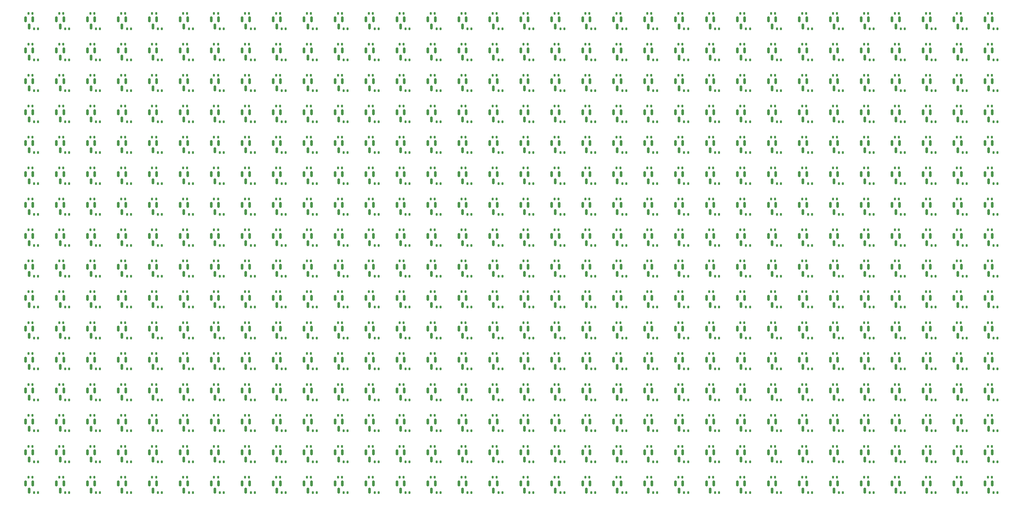
<source format=gbr>
%TF.GenerationSoftware,KiCad,Pcbnew,9.0.7*%
%TF.CreationDate,2026-02-02T17:43:31-05:00*%
%TF.ProjectId,INS-1 Matrix Display,494e532d-3120-44d6-9174-726978204469,1.0*%
%TF.SameCoordinates,Original*%
%TF.FileFunction,Paste,Top*%
%TF.FilePolarity,Positive*%
%FSLAX46Y46*%
G04 Gerber Fmt 4.6, Leading zero omitted, Abs format (unit mm)*
G04 Created by KiCad (PCBNEW 9.0.7) date 2026-02-02 17:43:31*
%MOMM*%
%LPD*%
G01*
G04 APERTURE LIST*
G04 Aperture macros list*
%AMRoundRect*
0 Rectangle with rounded corners*
0 $1 Rounding radius*
0 $2 $3 $4 $5 $6 $7 $8 $9 X,Y pos of 4 corners*
0 Add a 4 corners polygon primitive as box body*
4,1,4,$2,$3,$4,$5,$6,$7,$8,$9,$2,$3,0*
0 Add four circle primitives for the rounded corners*
1,1,$1+$1,$2,$3*
1,1,$1+$1,$4,$5*
1,1,$1+$1,$6,$7*
1,1,$1+$1,$8,$9*
0 Add four rect primitives between the rounded corners*
20,1,$1+$1,$2,$3,$4,$5,0*
20,1,$1+$1,$4,$5,$6,$7,0*
20,1,$1+$1,$6,$7,$8,$9,0*
20,1,$1+$1,$8,$9,$2,$3,0*%
G04 Aperture macros list end*
%ADD10RoundRect,0.135000X-0.135000X-0.185000X0.135000X-0.185000X0.135000X0.185000X-0.135000X0.185000X0*%
%ADD11RoundRect,0.150000X-0.150000X0.587500X-0.150000X-0.587500X0.150000X-0.587500X0.150000X0.587500X0*%
%ADD12RoundRect,0.135000X0.135000X0.185000X-0.135000X0.185000X-0.135000X-0.185000X0.135000X-0.185000X0*%
G04 APERTURE END LIST*
D10*
%TO.C,1K*%
X92490000Y-140000000D03*
X93510000Y-140000000D03*
%TD*%
%TO.C,1K*%
X100490000Y-84000000D03*
X101510000Y-84000000D03*
%TD*%
D11*
%TO.C,MMBTA42*%
X109640000Y-101562500D03*
X107740000Y-101562500D03*
X108690000Y-103437500D03*
%TD*%
%TO.C,MMBTA42*%
X149650000Y-141562500D03*
X147750000Y-141562500D03*
X148700000Y-143437500D03*
%TD*%
D12*
%TO.C,50K*%
X23010000Y-56000000D03*
X21990000Y-56000000D03*
%TD*%
D10*
%TO.C,1K*%
X44480000Y-44000000D03*
X45500000Y-44000000D03*
%TD*%
%TO.C,1K*%
X188480000Y-68000000D03*
X189500000Y-68000000D03*
%TD*%
D11*
%TO.C,MMBTA42*%
X69640000Y-77562500D03*
X67740000Y-77562500D03*
X68690000Y-79437500D03*
%TD*%
D10*
%TO.C,1K*%
X220490000Y-140000000D03*
X221510000Y-140000000D03*
%TD*%
D11*
%TO.C,MMBTA42*%
X21650000Y-109562500D03*
X19750000Y-109562500D03*
X20700000Y-111437500D03*
%TD*%
%TO.C,MMBTA42*%
X69640000Y-149562500D03*
X67740000Y-149562500D03*
X68690000Y-151437500D03*
%TD*%
D12*
%TO.C,50K*%
X167010000Y-80000000D03*
X165990000Y-80000000D03*
%TD*%
%TO.C,50K*%
X167010000Y-32000000D03*
X165990000Y-32000000D03*
%TD*%
D10*
%TO.C,1K*%
X132480000Y-84000000D03*
X133500000Y-84000000D03*
%TD*%
D11*
%TO.C,MMBTA42*%
X181640000Y-101562500D03*
X179740000Y-101562500D03*
X180690000Y-103437500D03*
%TD*%
%TO.C,MMBTA42*%
X213650000Y-45562500D03*
X211750000Y-45562500D03*
X212700000Y-47437500D03*
%TD*%
%TO.C,MMBTA42*%
X93650000Y-93562500D03*
X91750000Y-93562500D03*
X92700000Y-95437500D03*
%TD*%
D12*
%TO.C,50K*%
X151010000Y-88000000D03*
X149990000Y-88000000D03*
%TD*%
D11*
%TO.C,MMBTA42*%
X141640000Y-141562500D03*
X139740000Y-141562500D03*
X140690000Y-143437500D03*
%TD*%
D12*
%TO.C,50K*%
X87010000Y-152000000D03*
X85990000Y-152000000D03*
%TD*%
D11*
%TO.C,MMBTA42*%
X149650000Y-29562500D03*
X147750000Y-29562500D03*
X148700000Y-31437500D03*
%TD*%
%TO.C,MMBTA42*%
X173640000Y-69562500D03*
X171740000Y-69562500D03*
X172690000Y-71437500D03*
%TD*%
D12*
%TO.C,50K*%
X95010000Y-80000000D03*
X93990000Y-80000000D03*
%TD*%
%TO.C,50K*%
X79000000Y-32000000D03*
X77980000Y-32000000D03*
%TD*%
D10*
%TO.C,1K*%
X36490000Y-36000000D03*
X37510000Y-36000000D03*
%TD*%
D12*
%TO.C,50K*%
X55000000Y-144000000D03*
X53980000Y-144000000D03*
%TD*%
%TO.C,50K*%
X255000000Y-56000000D03*
X253980000Y-56000000D03*
%TD*%
D11*
%TO.C,MMBTA42*%
X229650000Y-37562500D03*
X227750000Y-37562500D03*
X228700000Y-39437500D03*
%TD*%
D10*
%TO.C,1K*%
X220490000Y-108000000D03*
X221510000Y-108000000D03*
%TD*%
D11*
%TO.C,MMBTA42*%
X221650000Y-53562500D03*
X219750000Y-53562500D03*
X220700000Y-55437500D03*
%TD*%
D10*
%TO.C,1K*%
X164490000Y-132000000D03*
X165510000Y-132000000D03*
%TD*%
%TO.C,1K*%
X140480000Y-68000000D03*
X141500000Y-68000000D03*
%TD*%
D12*
%TO.C,50K*%
X215010000Y-32000000D03*
X213990000Y-32000000D03*
%TD*%
%TO.C,50K*%
X199000000Y-64000000D03*
X197980000Y-64000000D03*
%TD*%
%TO.C,50K*%
X271000000Y-96000000D03*
X269980000Y-96000000D03*
%TD*%
%TO.C,50K*%
X55000000Y-40000000D03*
X53980000Y-40000000D03*
%TD*%
%TO.C,50K*%
X247000000Y-144000000D03*
X245980000Y-144000000D03*
%TD*%
%TO.C,50K*%
X135000000Y-144000000D03*
X133980000Y-144000000D03*
%TD*%
%TO.C,50K*%
X71000000Y-32000000D03*
X69980000Y-32000000D03*
%TD*%
%TO.C,50K*%
X63000000Y-120000000D03*
X61980000Y-120000000D03*
%TD*%
%TO.C,50K*%
X119000000Y-64000000D03*
X117980000Y-64000000D03*
%TD*%
%TO.C,50K*%
X71000000Y-136000000D03*
X69980000Y-136000000D03*
%TD*%
D11*
%TO.C,MMBTA42*%
X221650000Y-77562500D03*
X219750000Y-77562500D03*
X220700000Y-79437500D03*
%TD*%
%TO.C,MMBTA42*%
X69640000Y-69562500D03*
X67740000Y-69562500D03*
X68690000Y-71437500D03*
%TD*%
%TO.C,MMBTA42*%
X229650000Y-125562500D03*
X227750000Y-125562500D03*
X228700000Y-127437500D03*
%TD*%
D10*
%TO.C,1K*%
X148490000Y-100000000D03*
X149510000Y-100000000D03*
%TD*%
%TO.C,1K*%
X236480000Y-108000000D03*
X237500000Y-108000000D03*
%TD*%
D12*
%TO.C,50K*%
X135000000Y-136000000D03*
X133980000Y-136000000D03*
%TD*%
%TO.C,50K*%
X55000000Y-128000000D03*
X53980000Y-128000000D03*
%TD*%
%TO.C,50K*%
X55000000Y-120000000D03*
X53980000Y-120000000D03*
%TD*%
D11*
%TO.C,MMBTA42*%
X125640000Y-117562500D03*
X123740000Y-117562500D03*
X124690000Y-119437500D03*
%TD*%
%TO.C,MMBTA42*%
X93650000Y-109562500D03*
X91750000Y-109562500D03*
X92700000Y-111437500D03*
%TD*%
%TO.C,MMBTA42*%
X197640000Y-29562500D03*
X195740000Y-29562500D03*
X196690000Y-31437500D03*
%TD*%
D12*
%TO.C,50K*%
X191000000Y-40000000D03*
X189980000Y-40000000D03*
%TD*%
%TO.C,50K*%
X63000000Y-64000000D03*
X61980000Y-64000000D03*
%TD*%
D10*
%TO.C,1K*%
X36490000Y-100000000D03*
X37510000Y-100000000D03*
%TD*%
D12*
%TO.C,50K*%
X239000000Y-120000000D03*
X237980000Y-120000000D03*
%TD*%
D10*
%TO.C,1K*%
X76480000Y-100000000D03*
X77500000Y-100000000D03*
%TD*%
D12*
%TO.C,50K*%
X175000000Y-144000000D03*
X173980000Y-144000000D03*
%TD*%
%TO.C,50K*%
X175000000Y-104000000D03*
X173980000Y-104000000D03*
%TD*%
D11*
%TO.C,MMBTA42*%
X53640000Y-37562500D03*
X51740000Y-37562500D03*
X52690000Y-39437500D03*
%TD*%
D12*
%TO.C,50K*%
X255000000Y-152000000D03*
X253980000Y-152000000D03*
%TD*%
D11*
%TO.C,MMBTA42*%
X245640000Y-69562500D03*
X243740000Y-69562500D03*
X244690000Y-71437500D03*
%TD*%
%TO.C,MMBTA42*%
X221650000Y-109562500D03*
X219750000Y-109562500D03*
X220700000Y-111437500D03*
%TD*%
D10*
%TO.C,1K*%
X36490000Y-148000000D03*
X37510000Y-148000000D03*
%TD*%
%TO.C,1K*%
X164490000Y-52000000D03*
X165510000Y-52000000D03*
%TD*%
D12*
%TO.C,50K*%
X103010000Y-56000000D03*
X101990000Y-56000000D03*
%TD*%
D10*
%TO.C,1K*%
X28490000Y-108000000D03*
X29510000Y-108000000D03*
%TD*%
D12*
%TO.C,50K*%
X63000000Y-104000000D03*
X61980000Y-104000000D03*
%TD*%
D10*
%TO.C,1K*%
X108480000Y-84000000D03*
X109500000Y-84000000D03*
%TD*%
D12*
%TO.C,50K*%
X207000000Y-152000000D03*
X205980000Y-152000000D03*
%TD*%
%TO.C,50K*%
X175000000Y-56000000D03*
X173980000Y-56000000D03*
%TD*%
D11*
%TO.C,MMBTA42*%
X205640000Y-125562500D03*
X203740000Y-125562500D03*
X204690000Y-127437500D03*
%TD*%
D12*
%TO.C,50K*%
X199000000Y-152000000D03*
X197980000Y-152000000D03*
%TD*%
D11*
%TO.C,MMBTA42*%
X173640000Y-77562500D03*
X171740000Y-77562500D03*
X172690000Y-79437500D03*
%TD*%
D12*
%TO.C,50K*%
X87010000Y-112000000D03*
X85990000Y-112000000D03*
%TD*%
D10*
%TO.C,1K*%
X228490000Y-92000000D03*
X229510000Y-92000000D03*
%TD*%
D11*
%TO.C,MMBTA42*%
X37650000Y-141562500D03*
X35750000Y-141562500D03*
X36700000Y-143437500D03*
%TD*%
D10*
%TO.C,1K*%
X180480000Y-36000000D03*
X181500000Y-36000000D03*
%TD*%
D11*
%TO.C,MMBTA42*%
X93650000Y-69562500D03*
X91750000Y-69562500D03*
X92700000Y-71437500D03*
%TD*%
D12*
%TO.C,50K*%
X135000000Y-48000000D03*
X133980000Y-48000000D03*
%TD*%
D10*
%TO.C,1K*%
X212490000Y-52000000D03*
X213510000Y-52000000D03*
%TD*%
D12*
%TO.C,50K*%
X119000000Y-144000000D03*
X117980000Y-144000000D03*
%TD*%
D11*
%TO.C,MMBTA42*%
X61640000Y-109562500D03*
X59740000Y-109562500D03*
X60690000Y-111437500D03*
%TD*%
D10*
%TO.C,1K*%
X100490000Y-60000000D03*
X101510000Y-60000000D03*
%TD*%
%TO.C,1K*%
X204480000Y-84000000D03*
X205500000Y-84000000D03*
%TD*%
D11*
%TO.C,MMBTA42*%
X197640000Y-117562500D03*
X195740000Y-117562500D03*
X196690000Y-119437500D03*
%TD*%
D10*
%TO.C,1K*%
X212490000Y-76000000D03*
X213510000Y-76000000D03*
%TD*%
D11*
%TO.C,MMBTA42*%
X149650000Y-85562500D03*
X147750000Y-85562500D03*
X148700000Y-87437500D03*
%TD*%
%TO.C,MMBTA42*%
X253640000Y-53562500D03*
X251740000Y-53562500D03*
X252690000Y-55437500D03*
%TD*%
D12*
%TO.C,50K*%
X151010000Y-80000000D03*
X149990000Y-80000000D03*
%TD*%
D11*
%TO.C,MMBTA42*%
X189640000Y-133562500D03*
X187740000Y-133562500D03*
X188690000Y-135437500D03*
%TD*%
%TO.C,MMBTA42*%
X61640000Y-69562500D03*
X59740000Y-69562500D03*
X60690000Y-71437500D03*
%TD*%
D12*
%TO.C,50K*%
X159010000Y-136000000D03*
X157990000Y-136000000D03*
%TD*%
D11*
%TO.C,MMBTA42*%
X101650000Y-109562500D03*
X99750000Y-109562500D03*
X100700000Y-111437500D03*
%TD*%
D12*
%TO.C,50K*%
X127000000Y-88000000D03*
X125980000Y-88000000D03*
%TD*%
D11*
%TO.C,MMBTA42*%
X205640000Y-53562500D03*
X203740000Y-53562500D03*
X204690000Y-55437500D03*
%TD*%
%TO.C,MMBTA42*%
X237640000Y-109562500D03*
X235740000Y-109562500D03*
X236690000Y-111437500D03*
%TD*%
D10*
%TO.C,1K*%
X188480000Y-52000000D03*
X189500000Y-52000000D03*
%TD*%
%TO.C,1K*%
X92490000Y-84000000D03*
X93510000Y-84000000D03*
%TD*%
D11*
%TO.C,MMBTA42*%
X101650000Y-149562500D03*
X99750000Y-149562500D03*
X100700000Y-151437500D03*
%TD*%
%TO.C,MMBTA42*%
X29650000Y-93562500D03*
X27750000Y-93562500D03*
X28700000Y-95437500D03*
%TD*%
%TO.C,MMBTA42*%
X149650000Y-61562500D03*
X147750000Y-61562500D03*
X148700000Y-63437500D03*
%TD*%
D12*
%TO.C,50K*%
X223010000Y-96000000D03*
X221990000Y-96000000D03*
%TD*%
D11*
%TO.C,MMBTA42*%
X133640000Y-133562500D03*
X131740000Y-133562500D03*
X132690000Y-135437500D03*
%TD*%
D10*
%TO.C,1K*%
X236480000Y-52000000D03*
X237500000Y-52000000D03*
%TD*%
D12*
%TO.C,50K*%
X47000000Y-144000000D03*
X45980000Y-144000000D03*
%TD*%
%TO.C,50K*%
X87010000Y-64000000D03*
X85990000Y-64000000D03*
%TD*%
D10*
%TO.C,1K*%
X268480000Y-116000000D03*
X269500000Y-116000000D03*
%TD*%
D12*
%TO.C,50K*%
X111000000Y-136000000D03*
X109980000Y-136000000D03*
%TD*%
D11*
%TO.C,MMBTA42*%
X245640000Y-109562500D03*
X243740000Y-109562500D03*
X244690000Y-111437500D03*
%TD*%
D10*
%TO.C,1K*%
X52480000Y-76000000D03*
X53500000Y-76000000D03*
%TD*%
%TO.C,1K*%
X140480000Y-92000000D03*
X141500000Y-92000000D03*
%TD*%
D12*
%TO.C,50K*%
X55000000Y-96000000D03*
X53980000Y-96000000D03*
%TD*%
D10*
%TO.C,1K*%
X172480000Y-140000000D03*
X173500000Y-140000000D03*
%TD*%
D12*
%TO.C,50K*%
X127000000Y-64000000D03*
X125980000Y-64000000D03*
%TD*%
%TO.C,50K*%
X95010000Y-112000000D03*
X93990000Y-112000000D03*
%TD*%
D11*
%TO.C,MMBTA42*%
X197640000Y-53562500D03*
X195740000Y-53562500D03*
X196690000Y-55437500D03*
%TD*%
%TO.C,MMBTA42*%
X117640000Y-61562500D03*
X115740000Y-61562500D03*
X116690000Y-63437500D03*
%TD*%
D12*
%TO.C,50K*%
X223010000Y-120000000D03*
X221990000Y-120000000D03*
%TD*%
D10*
%TO.C,1K*%
X188480000Y-140000000D03*
X189500000Y-140000000D03*
%TD*%
D11*
%TO.C,MMBTA42*%
X189640000Y-29562500D03*
X187740000Y-29562500D03*
X188690000Y-31437500D03*
%TD*%
%TO.C,MMBTA42*%
X77640000Y-133562500D03*
X75740000Y-133562500D03*
X76690000Y-135437500D03*
%TD*%
D10*
%TO.C,1K*%
X204480000Y-52000000D03*
X205500000Y-52000000D03*
%TD*%
%TO.C,1K*%
X268480000Y-132000000D03*
X269500000Y-132000000D03*
%TD*%
%TO.C,1K*%
X260480000Y-52000000D03*
X261500000Y-52000000D03*
%TD*%
%TO.C,1K*%
X212490000Y-116000000D03*
X213510000Y-116000000D03*
%TD*%
D11*
%TO.C,MMBTA42*%
X29650000Y-133562500D03*
X27750000Y-133562500D03*
X28700000Y-135437500D03*
%TD*%
%TO.C,MMBTA42*%
X173640000Y-37562500D03*
X171740000Y-37562500D03*
X172690000Y-39437500D03*
%TD*%
D10*
%TO.C,1K*%
X92490000Y-132000000D03*
X93510000Y-132000000D03*
%TD*%
D11*
%TO.C,MMBTA42*%
X197640000Y-85562500D03*
X195740000Y-85562500D03*
X196690000Y-87437500D03*
%TD*%
D12*
%TO.C,50K*%
X111000000Y-32000000D03*
X109980000Y-32000000D03*
%TD*%
D11*
%TO.C,MMBTA42*%
X101650000Y-69562500D03*
X99750000Y-69562500D03*
X100700000Y-71437500D03*
%TD*%
D12*
%TO.C,50K*%
X223010000Y-56000000D03*
X221990000Y-56000000D03*
%TD*%
D10*
%TO.C,1K*%
X236480000Y-76000000D03*
X237500000Y-76000000D03*
%TD*%
%TO.C,1K*%
X204480000Y-124000000D03*
X205500000Y-124000000D03*
%TD*%
D12*
%TO.C,50K*%
X159010000Y-48000000D03*
X157990000Y-48000000D03*
%TD*%
%TO.C,50K*%
X127000000Y-32000000D03*
X125980000Y-32000000D03*
%TD*%
%TO.C,50K*%
X151010000Y-136000000D03*
X149990000Y-136000000D03*
%TD*%
D10*
%TO.C,1K*%
X260480000Y-84000000D03*
X261500000Y-84000000D03*
%TD*%
D11*
%TO.C,MMBTA42*%
X165650000Y-53562500D03*
X163750000Y-53562500D03*
X164700000Y-55437500D03*
%TD*%
D12*
%TO.C,50K*%
X183000000Y-128000000D03*
X181980000Y-128000000D03*
%TD*%
D10*
%TO.C,1K*%
X164490000Y-28000000D03*
X165510000Y-28000000D03*
%TD*%
D12*
%TO.C,50K*%
X159010000Y-96000000D03*
X157990000Y-96000000D03*
%TD*%
%TO.C,50K*%
X39010000Y-88000000D03*
X37990000Y-88000000D03*
%TD*%
%TO.C,50K*%
X167010000Y-40000000D03*
X165990000Y-40000000D03*
%TD*%
D11*
%TO.C,MMBTA42*%
X237640000Y-125562500D03*
X235740000Y-125562500D03*
X236690000Y-127437500D03*
%TD*%
D12*
%TO.C,50K*%
X175000000Y-72000000D03*
X173980000Y-72000000D03*
%TD*%
D10*
%TO.C,1K*%
X100490000Y-140000000D03*
X101510000Y-140000000D03*
%TD*%
D11*
%TO.C,MMBTA42*%
X125640000Y-29562500D03*
X123740000Y-29562500D03*
X124690000Y-31437500D03*
%TD*%
D10*
%TO.C,1K*%
X268480000Y-92000000D03*
X269500000Y-92000000D03*
%TD*%
%TO.C,1K*%
X252480000Y-44000000D03*
X253500000Y-44000000D03*
%TD*%
%TO.C,1K*%
X156490000Y-124000000D03*
X157510000Y-124000000D03*
%TD*%
D12*
%TO.C,50K*%
X199000000Y-72000000D03*
X197980000Y-72000000D03*
%TD*%
D11*
%TO.C,MMBTA42*%
X269640000Y-77562500D03*
X267740000Y-77562500D03*
X268690000Y-79437500D03*
%TD*%
D10*
%TO.C,1K*%
X252480000Y-28000000D03*
X253500000Y-28000000D03*
%TD*%
D12*
%TO.C,50K*%
X47000000Y-32000000D03*
X45980000Y-32000000D03*
%TD*%
D11*
%TO.C,MMBTA42*%
X117640000Y-101562500D03*
X115740000Y-101562500D03*
X116690000Y-103437500D03*
%TD*%
D12*
%TO.C,50K*%
X191000000Y-136000000D03*
X189980000Y-136000000D03*
%TD*%
D10*
%TO.C,1K*%
X156490000Y-76000000D03*
X157510000Y-76000000D03*
%TD*%
D12*
%TO.C,50K*%
X71000000Y-152000000D03*
X69980000Y-152000000D03*
%TD*%
D11*
%TO.C,MMBTA42*%
X261640000Y-149562500D03*
X259740000Y-149562500D03*
X260690000Y-151437500D03*
%TD*%
D10*
%TO.C,1K*%
X156490000Y-84000000D03*
X157510000Y-84000000D03*
%TD*%
%TO.C,1K*%
X20490000Y-92000000D03*
X21510000Y-92000000D03*
%TD*%
D11*
%TO.C,MMBTA42*%
X157650000Y-85562500D03*
X155750000Y-85562500D03*
X156700000Y-87437500D03*
%TD*%
D12*
%TO.C,50K*%
X239000000Y-48000000D03*
X237980000Y-48000000D03*
%TD*%
D11*
%TO.C,MMBTA42*%
X213650000Y-69562500D03*
X211750000Y-69562500D03*
X212700000Y-71437500D03*
%TD*%
D10*
%TO.C,1K*%
X172480000Y-36000000D03*
X173500000Y-36000000D03*
%TD*%
D12*
%TO.C,50K*%
X199000000Y-48000000D03*
X197980000Y-48000000D03*
%TD*%
D10*
%TO.C,1K*%
X132480000Y-148000000D03*
X133500000Y-148000000D03*
%TD*%
D12*
%TO.C,50K*%
X167010000Y-112000000D03*
X165990000Y-112000000D03*
%TD*%
D10*
%TO.C,1K*%
X92490000Y-44000000D03*
X93510000Y-44000000D03*
%TD*%
D11*
%TO.C,MMBTA42*%
X101650000Y-133562500D03*
X99750000Y-133562500D03*
X100700000Y-135437500D03*
%TD*%
D10*
%TO.C,1K*%
X116480000Y-148000000D03*
X117500000Y-148000000D03*
%TD*%
D11*
%TO.C,MMBTA42*%
X181640000Y-29562500D03*
X179740000Y-29562500D03*
X180690000Y-31437500D03*
%TD*%
D10*
%TO.C,1K*%
X156490000Y-132000000D03*
X157510000Y-132000000D03*
%TD*%
D11*
%TO.C,MMBTA42*%
X197640000Y-77562500D03*
X195740000Y-77562500D03*
X196690000Y-79437500D03*
%TD*%
D12*
%TO.C,50K*%
X95010000Y-96000000D03*
X93990000Y-96000000D03*
%TD*%
%TO.C,50K*%
X87010000Y-32000000D03*
X85990000Y-32000000D03*
%TD*%
D11*
%TO.C,MMBTA42*%
X269640000Y-53562500D03*
X267740000Y-53562500D03*
X268690000Y-55437500D03*
%TD*%
D12*
%TO.C,50K*%
X95010000Y-104000000D03*
X93990000Y-104000000D03*
%TD*%
D10*
%TO.C,1K*%
X188480000Y-108000000D03*
X189500000Y-108000000D03*
%TD*%
D12*
%TO.C,50K*%
X71000000Y-80000000D03*
X69980000Y-80000000D03*
%TD*%
%TO.C,50K*%
X271000000Y-64000000D03*
X269980000Y-64000000D03*
%TD*%
%TO.C,50K*%
X159010000Y-80000000D03*
X157990000Y-80000000D03*
%TD*%
%TO.C,50K*%
X87010000Y-72000000D03*
X85990000Y-72000000D03*
%TD*%
%TO.C,50K*%
X255000000Y-88000000D03*
X253980000Y-88000000D03*
%TD*%
D11*
%TO.C,MMBTA42*%
X205640000Y-61562500D03*
X203740000Y-61562500D03*
X204690000Y-63437500D03*
%TD*%
%TO.C,MMBTA42*%
X29650000Y-29562500D03*
X27750000Y-29562500D03*
X28700000Y-31437500D03*
%TD*%
%TO.C,MMBTA42*%
X53640000Y-149562500D03*
X51740000Y-149562500D03*
X52690000Y-151437500D03*
%TD*%
D12*
%TO.C,50K*%
X23010000Y-152000000D03*
X21990000Y-152000000D03*
%TD*%
D11*
%TO.C,MMBTA42*%
X205640000Y-69562500D03*
X203740000Y-69562500D03*
X204690000Y-71437500D03*
%TD*%
D12*
%TO.C,50K*%
X183000000Y-152000000D03*
X181980000Y-152000000D03*
%TD*%
D10*
%TO.C,1K*%
X236480000Y-68000000D03*
X237500000Y-68000000D03*
%TD*%
%TO.C,1K*%
X252480000Y-52000000D03*
X253500000Y-52000000D03*
%TD*%
D11*
%TO.C,MMBTA42*%
X189640000Y-101562500D03*
X187740000Y-101562500D03*
X188690000Y-103437500D03*
%TD*%
D12*
%TO.C,50K*%
X255000000Y-48000000D03*
X253980000Y-48000000D03*
%TD*%
D11*
%TO.C,MMBTA42*%
X237640000Y-93562500D03*
X235740000Y-93562500D03*
X236690000Y-95437500D03*
%TD*%
D12*
%TO.C,50K*%
X79000000Y-152000000D03*
X77980000Y-152000000D03*
%TD*%
D10*
%TO.C,1K*%
X220490000Y-132000000D03*
X221510000Y-132000000D03*
%TD*%
%TO.C,1K*%
X220490000Y-100000000D03*
X221510000Y-100000000D03*
%TD*%
D11*
%TO.C,MMBTA42*%
X117640000Y-149562500D03*
X115740000Y-149562500D03*
X116690000Y-151437500D03*
%TD*%
D12*
%TO.C,50K*%
X143000000Y-88000000D03*
X141980000Y-88000000D03*
%TD*%
D11*
%TO.C,MMBTA42*%
X165650000Y-61562500D03*
X163750000Y-61562500D03*
X164700000Y-63437500D03*
%TD*%
D10*
%TO.C,1K*%
X236480000Y-60000000D03*
X237500000Y-60000000D03*
%TD*%
%TO.C,1K*%
X60480000Y-116000000D03*
X61500000Y-116000000D03*
%TD*%
D11*
%TO.C,MMBTA42*%
X149650000Y-53562500D03*
X147750000Y-53562500D03*
X148700000Y-55437500D03*
%TD*%
D12*
%TO.C,50K*%
X263000000Y-104000000D03*
X261980000Y-104000000D03*
%TD*%
D11*
%TO.C,MMBTA42*%
X253640000Y-85562500D03*
X251740000Y-85562500D03*
X252690000Y-87437500D03*
%TD*%
D10*
%TO.C,1K*%
X212490000Y-28000000D03*
X213510000Y-28000000D03*
%TD*%
D12*
%TO.C,50K*%
X127000000Y-72000000D03*
X125980000Y-72000000D03*
%TD*%
D11*
%TO.C,MMBTA42*%
X261640000Y-37562500D03*
X259740000Y-37562500D03*
X260690000Y-39437500D03*
%TD*%
D12*
%TO.C,50K*%
X103010000Y-128000000D03*
X101990000Y-128000000D03*
%TD*%
%TO.C,50K*%
X183000000Y-104000000D03*
X181980000Y-104000000D03*
%TD*%
D10*
%TO.C,1K*%
X60480000Y-28000000D03*
X61500000Y-28000000D03*
%TD*%
D12*
%TO.C,50K*%
X231010000Y-64000000D03*
X229990000Y-64000000D03*
%TD*%
D11*
%TO.C,MMBTA42*%
X109640000Y-85562500D03*
X107740000Y-85562500D03*
X108690000Y-87437500D03*
%TD*%
%TO.C,MMBTA42*%
X77640000Y-117562500D03*
X75740000Y-117562500D03*
X76690000Y-119437500D03*
%TD*%
%TO.C,MMBTA42*%
X269640000Y-125562500D03*
X267740000Y-125562500D03*
X268690000Y-127437500D03*
%TD*%
D10*
%TO.C,1K*%
X132480000Y-68000000D03*
X133500000Y-68000000D03*
%TD*%
D11*
%TO.C,MMBTA42*%
X85650000Y-117562500D03*
X83750000Y-117562500D03*
X84700000Y-119437500D03*
%TD*%
D12*
%TO.C,50K*%
X271000000Y-40000000D03*
X269980000Y-40000000D03*
%TD*%
D10*
%TO.C,1K*%
X164490000Y-124000000D03*
X165510000Y-124000000D03*
%TD*%
D12*
%TO.C,50K*%
X95010000Y-56000000D03*
X93990000Y-56000000D03*
%TD*%
D10*
%TO.C,1K*%
X44480000Y-28000000D03*
X45500000Y-28000000D03*
%TD*%
D12*
%TO.C,50K*%
X47000000Y-40000000D03*
X45980000Y-40000000D03*
%TD*%
%TO.C,50K*%
X207000000Y-48000000D03*
X205980000Y-48000000D03*
%TD*%
%TO.C,50K*%
X167010000Y-72000000D03*
X165990000Y-72000000D03*
%TD*%
D11*
%TO.C,MMBTA42*%
X93650000Y-45562500D03*
X91750000Y-45562500D03*
X92700000Y-47437500D03*
%TD*%
D12*
%TO.C,50K*%
X111000000Y-56000000D03*
X109980000Y-56000000D03*
%TD*%
%TO.C,50K*%
X103010000Y-40000000D03*
X101990000Y-40000000D03*
%TD*%
%TO.C,50K*%
X191000000Y-48000000D03*
X189980000Y-48000000D03*
%TD*%
D11*
%TO.C,MMBTA42*%
X149650000Y-37562500D03*
X147750000Y-37562500D03*
X148700000Y-39437500D03*
%TD*%
D10*
%TO.C,1K*%
X20490000Y-132000000D03*
X21510000Y-132000000D03*
%TD*%
%TO.C,1K*%
X236480000Y-140000000D03*
X237500000Y-140000000D03*
%TD*%
D11*
%TO.C,MMBTA42*%
X133640000Y-85562500D03*
X131740000Y-85562500D03*
X132690000Y-87437500D03*
%TD*%
D12*
%TO.C,50K*%
X71000000Y-56000000D03*
X69980000Y-56000000D03*
%TD*%
D11*
%TO.C,MMBTA42*%
X21650000Y-29562500D03*
X19750000Y-29562500D03*
X20700000Y-31437500D03*
%TD*%
%TO.C,MMBTA42*%
X205640000Y-101562500D03*
X203740000Y-101562500D03*
X204690000Y-103437500D03*
%TD*%
D10*
%TO.C,1K*%
X212490000Y-60000000D03*
X213510000Y-60000000D03*
%TD*%
D12*
%TO.C,50K*%
X207000000Y-40000000D03*
X205980000Y-40000000D03*
%TD*%
%TO.C,50K*%
X255000000Y-120000000D03*
X253980000Y-120000000D03*
%TD*%
D11*
%TO.C,MMBTA42*%
X269640000Y-29562500D03*
X267740000Y-29562500D03*
X268690000Y-31437500D03*
%TD*%
%TO.C,MMBTA42*%
X141640000Y-125562500D03*
X139740000Y-125562500D03*
X140690000Y-127437500D03*
%TD*%
D10*
%TO.C,1K*%
X52480000Y-60000000D03*
X53500000Y-60000000D03*
%TD*%
D11*
%TO.C,MMBTA42*%
X237640000Y-117562500D03*
X235740000Y-117562500D03*
X236690000Y-119437500D03*
%TD*%
D12*
%TO.C,50K*%
X263000000Y-80000000D03*
X261980000Y-80000000D03*
%TD*%
D11*
%TO.C,MMBTA42*%
X77640000Y-85562500D03*
X75740000Y-85562500D03*
X76690000Y-87437500D03*
%TD*%
D12*
%TO.C,50K*%
X55000000Y-32000000D03*
X53980000Y-32000000D03*
%TD*%
%TO.C,50K*%
X215010000Y-120000000D03*
X213990000Y-120000000D03*
%TD*%
D11*
%TO.C,MMBTA42*%
X221650000Y-85562500D03*
X219750000Y-85562500D03*
X220700000Y-87437500D03*
%TD*%
D12*
%TO.C,50K*%
X79000000Y-96000000D03*
X77980000Y-96000000D03*
%TD*%
%TO.C,50K*%
X111000000Y-64000000D03*
X109980000Y-64000000D03*
%TD*%
%TO.C,50K*%
X263000000Y-136000000D03*
X261980000Y-136000000D03*
%TD*%
%TO.C,50K*%
X231010000Y-136000000D03*
X229990000Y-136000000D03*
%TD*%
%TO.C,50K*%
X23010000Y-40000000D03*
X21990000Y-40000000D03*
%TD*%
D11*
%TO.C,MMBTA42*%
X157650000Y-109562500D03*
X155750000Y-109562500D03*
X156700000Y-111437500D03*
%TD*%
D10*
%TO.C,1K*%
X164490000Y-100000000D03*
X165510000Y-100000000D03*
%TD*%
D12*
%TO.C,50K*%
X55000000Y-136000000D03*
X53980000Y-136000000D03*
%TD*%
D10*
%TO.C,1K*%
X244480000Y-108000000D03*
X245500000Y-108000000D03*
%TD*%
%TO.C,1K*%
X76480000Y-44000000D03*
X77500000Y-44000000D03*
%TD*%
D12*
%TO.C,50K*%
X271000000Y-144000000D03*
X269980000Y-144000000D03*
%TD*%
%TO.C,50K*%
X119000000Y-88000000D03*
X117980000Y-88000000D03*
%TD*%
%TO.C,50K*%
X23010000Y-104000000D03*
X21990000Y-104000000D03*
%TD*%
D10*
%TO.C,1K*%
X132480000Y-108000000D03*
X133500000Y-108000000D03*
%TD*%
%TO.C,1K*%
X180480000Y-140000000D03*
X181500000Y-140000000D03*
%TD*%
D12*
%TO.C,50K*%
X151010000Y-72000000D03*
X149990000Y-72000000D03*
%TD*%
D10*
%TO.C,1K*%
X44480000Y-76000000D03*
X45500000Y-76000000D03*
%TD*%
%TO.C,1K*%
X140480000Y-100000000D03*
X141500000Y-100000000D03*
%TD*%
D12*
%TO.C,50K*%
X103010000Y-144000000D03*
X101990000Y-144000000D03*
%TD*%
%TO.C,50K*%
X79000000Y-128000000D03*
X77980000Y-128000000D03*
%TD*%
D11*
%TO.C,MMBTA42*%
X141640000Y-109562500D03*
X139740000Y-109562500D03*
X140690000Y-111437500D03*
%TD*%
D12*
%TO.C,50K*%
X247000000Y-64000000D03*
X245980000Y-64000000D03*
%TD*%
%TO.C,50K*%
X111000000Y-120000000D03*
X109980000Y-120000000D03*
%TD*%
D11*
%TO.C,MMBTA42*%
X101650000Y-93562500D03*
X99750000Y-93562500D03*
X100700000Y-95437500D03*
%TD*%
D10*
%TO.C,1K*%
X76480000Y-92000000D03*
X77500000Y-92000000D03*
%TD*%
D11*
%TO.C,MMBTA42*%
X221650000Y-37562500D03*
X219750000Y-37562500D03*
X220700000Y-39437500D03*
%TD*%
%TO.C,MMBTA42*%
X77640000Y-37562500D03*
X75740000Y-37562500D03*
X76690000Y-39437500D03*
%TD*%
%TO.C,MMBTA42*%
X109640000Y-77562500D03*
X107740000Y-77562500D03*
X108690000Y-79437500D03*
%TD*%
D12*
%TO.C,50K*%
X47000000Y-96000000D03*
X45980000Y-96000000D03*
%TD*%
D10*
%TO.C,1K*%
X20490000Y-36000000D03*
X21510000Y-36000000D03*
%TD*%
D11*
%TO.C,MMBTA42*%
X165650000Y-45562500D03*
X163750000Y-45562500D03*
X164700000Y-47437500D03*
%TD*%
D10*
%TO.C,1K*%
X36490000Y-44000000D03*
X37510000Y-44000000D03*
%TD*%
%TO.C,1K*%
X228490000Y-148000000D03*
X229510000Y-148000000D03*
%TD*%
D11*
%TO.C,MMBTA42*%
X213650000Y-101562500D03*
X211750000Y-101562500D03*
X212700000Y-103437500D03*
%TD*%
D10*
%TO.C,1K*%
X148490000Y-60000000D03*
X149510000Y-60000000D03*
%TD*%
%TO.C,1K*%
X84490000Y-124000000D03*
X85510000Y-124000000D03*
%TD*%
D12*
%TO.C,50K*%
X159010000Y-40000000D03*
X157990000Y-40000000D03*
%TD*%
D11*
%TO.C,MMBTA42*%
X141640000Y-61562500D03*
X139740000Y-61562500D03*
X140690000Y-63437500D03*
%TD*%
D10*
%TO.C,1K*%
X164490000Y-148000000D03*
X165510000Y-148000000D03*
%TD*%
%TO.C,1K*%
X28490000Y-68000000D03*
X29510000Y-68000000D03*
%TD*%
%TO.C,1K*%
X28490000Y-76000000D03*
X29510000Y-76000000D03*
%TD*%
D11*
%TO.C,MMBTA42*%
X125640000Y-141562500D03*
X123740000Y-141562500D03*
X124690000Y-143437500D03*
%TD*%
%TO.C,MMBTA42*%
X205640000Y-93562500D03*
X203740000Y-93562500D03*
X204690000Y-95437500D03*
%TD*%
D10*
%TO.C,1K*%
X268480000Y-100000000D03*
X269500000Y-100000000D03*
%TD*%
%TO.C,1K*%
X124480000Y-84000000D03*
X125500000Y-84000000D03*
%TD*%
D11*
%TO.C,MMBTA42*%
X189640000Y-93562500D03*
X187740000Y-93562500D03*
X188690000Y-95437500D03*
%TD*%
D12*
%TO.C,50K*%
X63000000Y-80000000D03*
X61980000Y-80000000D03*
%TD*%
D11*
%TO.C,MMBTA42*%
X229650000Y-109562500D03*
X227750000Y-109562500D03*
X228700000Y-111437500D03*
%TD*%
%TO.C,MMBTA42*%
X21650000Y-101562500D03*
X19750000Y-101562500D03*
X20700000Y-103437500D03*
%TD*%
D12*
%TO.C,50K*%
X143000000Y-128000000D03*
X141980000Y-128000000D03*
%TD*%
D11*
%TO.C,MMBTA42*%
X45640000Y-77562500D03*
X43740000Y-77562500D03*
X44690000Y-79437500D03*
%TD*%
D12*
%TO.C,50K*%
X263000000Y-144000000D03*
X261980000Y-144000000D03*
%TD*%
D10*
%TO.C,1K*%
X204480000Y-100000000D03*
X205500000Y-100000000D03*
%TD*%
D11*
%TO.C,MMBTA42*%
X157650000Y-125562500D03*
X155750000Y-125562500D03*
X156700000Y-127437500D03*
%TD*%
%TO.C,MMBTA42*%
X197640000Y-93562500D03*
X195740000Y-93562500D03*
X196690000Y-95437500D03*
%TD*%
%TO.C,MMBTA42*%
X189640000Y-45562500D03*
X187740000Y-45562500D03*
X188690000Y-47437500D03*
%TD*%
%TO.C,MMBTA42*%
X21650000Y-117562500D03*
X19750000Y-117562500D03*
X20700000Y-119437500D03*
%TD*%
D10*
%TO.C,1K*%
X132480000Y-60000000D03*
X133500000Y-60000000D03*
%TD*%
D12*
%TO.C,50K*%
X23010000Y-72000000D03*
X21990000Y-72000000D03*
%TD*%
%TO.C,50K*%
X31010000Y-128000000D03*
X29990000Y-128000000D03*
%TD*%
D10*
%TO.C,1K*%
X76480000Y-60000000D03*
X77500000Y-60000000D03*
%TD*%
%TO.C,1K*%
X20490000Y-44000000D03*
X21510000Y-44000000D03*
%TD*%
D12*
%TO.C,50K*%
X223010000Y-112000000D03*
X221990000Y-112000000D03*
%TD*%
D10*
%TO.C,1K*%
X108480000Y-68000000D03*
X109500000Y-68000000D03*
%TD*%
D12*
%TO.C,50K*%
X39010000Y-144000000D03*
X37990000Y-144000000D03*
%TD*%
%TO.C,50K*%
X223010000Y-152000000D03*
X221990000Y-152000000D03*
%TD*%
%TO.C,50K*%
X271000000Y-56000000D03*
X269980000Y-56000000D03*
%TD*%
D10*
%TO.C,1K*%
X92490000Y-124000000D03*
X93510000Y-124000000D03*
%TD*%
D11*
%TO.C,MMBTA42*%
X165650000Y-85562500D03*
X163750000Y-85562500D03*
X164700000Y-87437500D03*
%TD*%
D10*
%TO.C,1K*%
X116480000Y-108000000D03*
X117500000Y-108000000D03*
%TD*%
%TO.C,1K*%
X76480000Y-116000000D03*
X77500000Y-116000000D03*
%TD*%
D12*
%TO.C,50K*%
X143000000Y-96000000D03*
X141980000Y-96000000D03*
%TD*%
D10*
%TO.C,1K*%
X36490000Y-140000000D03*
X37510000Y-140000000D03*
%TD*%
D12*
%TO.C,50K*%
X151010000Y-104000000D03*
X149990000Y-104000000D03*
%TD*%
D10*
%TO.C,1K*%
X260480000Y-148000000D03*
X261500000Y-148000000D03*
%TD*%
D11*
%TO.C,MMBTA42*%
X197640000Y-133562500D03*
X195740000Y-133562500D03*
X196690000Y-135437500D03*
%TD*%
D10*
%TO.C,1K*%
X84490000Y-52000000D03*
X85510000Y-52000000D03*
%TD*%
D12*
%TO.C,50K*%
X31010000Y-112000000D03*
X29990000Y-112000000D03*
%TD*%
%TO.C,50K*%
X39010000Y-80000000D03*
X37990000Y-80000000D03*
%TD*%
D10*
%TO.C,1K*%
X20490000Y-148000000D03*
X21510000Y-148000000D03*
%TD*%
%TO.C,1K*%
X108480000Y-44000000D03*
X109500000Y-44000000D03*
%TD*%
D11*
%TO.C,MMBTA42*%
X45640000Y-37562500D03*
X43740000Y-37562500D03*
X44690000Y-39437500D03*
%TD*%
D12*
%TO.C,50K*%
X55000000Y-64000000D03*
X53980000Y-64000000D03*
%TD*%
%TO.C,50K*%
X31010000Y-136000000D03*
X29990000Y-136000000D03*
%TD*%
D10*
%TO.C,1K*%
X220490000Y-68000000D03*
X221510000Y-68000000D03*
%TD*%
%TO.C,1K*%
X100490000Y-148000000D03*
X101510000Y-148000000D03*
%TD*%
D12*
%TO.C,50K*%
X135000000Y-128000000D03*
X133980000Y-128000000D03*
%TD*%
%TO.C,50K*%
X271000000Y-120000000D03*
X269980000Y-120000000D03*
%TD*%
%TO.C,50K*%
X167010000Y-48000000D03*
X165990000Y-48000000D03*
%TD*%
%TO.C,50K*%
X87010000Y-144000000D03*
X85990000Y-144000000D03*
%TD*%
D11*
%TO.C,MMBTA42*%
X85650000Y-133562500D03*
X83750000Y-133562500D03*
X84700000Y-135437500D03*
%TD*%
D10*
%TO.C,1K*%
X52480000Y-140000000D03*
X53500000Y-140000000D03*
%TD*%
%TO.C,1K*%
X132480000Y-36000000D03*
X133500000Y-36000000D03*
%TD*%
D11*
%TO.C,MMBTA42*%
X173640000Y-61562500D03*
X171740000Y-61562500D03*
X172690000Y-63437500D03*
%TD*%
%TO.C,MMBTA42*%
X61640000Y-93562500D03*
X59740000Y-93562500D03*
X60690000Y-95437500D03*
%TD*%
D10*
%TO.C,1K*%
X108480000Y-100000000D03*
X109500000Y-100000000D03*
%TD*%
D11*
%TO.C,MMBTA42*%
X173640000Y-85562500D03*
X171740000Y-85562500D03*
X172690000Y-87437500D03*
%TD*%
%TO.C,MMBTA42*%
X61640000Y-53562500D03*
X59740000Y-53562500D03*
X60690000Y-55437500D03*
%TD*%
D12*
%TO.C,50K*%
X127000000Y-128000000D03*
X125980000Y-128000000D03*
%TD*%
D11*
%TO.C,MMBTA42*%
X213650000Y-77562500D03*
X211750000Y-77562500D03*
X212700000Y-79437500D03*
%TD*%
D10*
%TO.C,1K*%
X212490000Y-44000000D03*
X213510000Y-44000000D03*
%TD*%
%TO.C,1K*%
X212490000Y-100000000D03*
X213510000Y-100000000D03*
%TD*%
%TO.C,1K*%
X204480000Y-44000000D03*
X205500000Y-44000000D03*
%TD*%
D12*
%TO.C,50K*%
X263000000Y-40000000D03*
X261980000Y-40000000D03*
%TD*%
D11*
%TO.C,MMBTA42*%
X69640000Y-109562500D03*
X67740000Y-109562500D03*
X68690000Y-111437500D03*
%TD*%
D12*
%TO.C,50K*%
X87010000Y-48000000D03*
X85990000Y-48000000D03*
%TD*%
%TO.C,50K*%
X111000000Y-96000000D03*
X109980000Y-96000000D03*
%TD*%
D10*
%TO.C,1K*%
X44480000Y-68000000D03*
X45500000Y-68000000D03*
%TD*%
D12*
%TO.C,50K*%
X215010000Y-48000000D03*
X213990000Y-48000000D03*
%TD*%
%TO.C,50K*%
X183000000Y-48000000D03*
X181980000Y-48000000D03*
%TD*%
D11*
%TO.C,MMBTA42*%
X205640000Y-109562500D03*
X203740000Y-109562500D03*
X204690000Y-111437500D03*
%TD*%
%TO.C,MMBTA42*%
X253640000Y-125562500D03*
X251740000Y-125562500D03*
X252690000Y-127437500D03*
%TD*%
%TO.C,MMBTA42*%
X109640000Y-53562500D03*
X107740000Y-53562500D03*
X108690000Y-55437500D03*
%TD*%
D12*
%TO.C,50K*%
X95010000Y-128000000D03*
X93990000Y-128000000D03*
%TD*%
D11*
%TO.C,MMBTA42*%
X213650000Y-133562500D03*
X211750000Y-133562500D03*
X212700000Y-135437500D03*
%TD*%
D10*
%TO.C,1K*%
X252480000Y-36000000D03*
X253500000Y-36000000D03*
%TD*%
D12*
%TO.C,50K*%
X239000000Y-144000000D03*
X237980000Y-144000000D03*
%TD*%
D10*
%TO.C,1K*%
X148490000Y-76000000D03*
X149510000Y-76000000D03*
%TD*%
%TO.C,1K*%
X196480000Y-148000000D03*
X197500000Y-148000000D03*
%TD*%
D12*
%TO.C,50K*%
X271000000Y-72000000D03*
X269980000Y-72000000D03*
%TD*%
D10*
%TO.C,1K*%
X244480000Y-44000000D03*
X245500000Y-44000000D03*
%TD*%
D12*
%TO.C,50K*%
X167010000Y-64000000D03*
X165990000Y-64000000D03*
%TD*%
D11*
%TO.C,MMBTA42*%
X229650000Y-29562500D03*
X227750000Y-29562500D03*
X228700000Y-31437500D03*
%TD*%
%TO.C,MMBTA42*%
X69640000Y-133562500D03*
X67740000Y-133562500D03*
X68690000Y-135437500D03*
%TD*%
D12*
%TO.C,50K*%
X263000000Y-88000000D03*
X261980000Y-88000000D03*
%TD*%
D11*
%TO.C,MMBTA42*%
X141640000Y-101562500D03*
X139740000Y-101562500D03*
X140690000Y-103437500D03*
%TD*%
D12*
%TO.C,50K*%
X223010000Y-104000000D03*
X221990000Y-104000000D03*
%TD*%
%TO.C,50K*%
X87010000Y-136000000D03*
X85990000Y-136000000D03*
%TD*%
D10*
%TO.C,1K*%
X68480000Y-28000000D03*
X69500000Y-28000000D03*
%TD*%
D12*
%TO.C,50K*%
X263000000Y-152000000D03*
X261980000Y-152000000D03*
%TD*%
D10*
%TO.C,1K*%
X188480000Y-60000000D03*
X189500000Y-60000000D03*
%TD*%
%TO.C,1K*%
X124480000Y-140000000D03*
X125500000Y-140000000D03*
%TD*%
%TO.C,1K*%
X52480000Y-44000000D03*
X53500000Y-44000000D03*
%TD*%
D12*
%TO.C,50K*%
X103010000Y-80000000D03*
X101990000Y-80000000D03*
%TD*%
%TO.C,50K*%
X103010000Y-112000000D03*
X101990000Y-112000000D03*
%TD*%
D10*
%TO.C,1K*%
X244480000Y-100000000D03*
X245500000Y-100000000D03*
%TD*%
D11*
%TO.C,MMBTA42*%
X85650000Y-29562500D03*
X83750000Y-29562500D03*
X84700000Y-31437500D03*
%TD*%
D10*
%TO.C,1K*%
X60480000Y-52000000D03*
X61500000Y-52000000D03*
%TD*%
%TO.C,1K*%
X180480000Y-92000000D03*
X181500000Y-92000000D03*
%TD*%
D11*
%TO.C,MMBTA42*%
X181640000Y-45562500D03*
X179740000Y-45562500D03*
X180690000Y-47437500D03*
%TD*%
%TO.C,MMBTA42*%
X229650000Y-77562500D03*
X227750000Y-77562500D03*
X228700000Y-79437500D03*
%TD*%
D10*
%TO.C,1K*%
X132480000Y-52000000D03*
X133500000Y-52000000D03*
%TD*%
%TO.C,1K*%
X180480000Y-44000000D03*
X181500000Y-44000000D03*
%TD*%
D11*
%TO.C,MMBTA42*%
X253640000Y-37562500D03*
X251740000Y-37562500D03*
X252690000Y-39437500D03*
%TD*%
%TO.C,MMBTA42*%
X29650000Y-149562500D03*
X27750000Y-149562500D03*
X28700000Y-151437500D03*
%TD*%
D10*
%TO.C,1K*%
X100490000Y-124000000D03*
X101510000Y-124000000D03*
%TD*%
D11*
%TO.C,MMBTA42*%
X269640000Y-109562500D03*
X267740000Y-109562500D03*
X268690000Y-111437500D03*
%TD*%
D12*
%TO.C,50K*%
X239000000Y-56000000D03*
X237980000Y-56000000D03*
%TD*%
D11*
%TO.C,MMBTA42*%
X237640000Y-37562500D03*
X235740000Y-37562500D03*
X236690000Y-39437500D03*
%TD*%
%TO.C,MMBTA42*%
X149650000Y-117562500D03*
X147750000Y-117562500D03*
X148700000Y-119437500D03*
%TD*%
%TO.C,MMBTA42*%
X61640000Y-85562500D03*
X59740000Y-85562500D03*
X60690000Y-87437500D03*
%TD*%
D12*
%TO.C,50K*%
X191000000Y-112000000D03*
X189980000Y-112000000D03*
%TD*%
D10*
%TO.C,1K*%
X140480000Y-132000000D03*
X141500000Y-132000000D03*
%TD*%
D11*
%TO.C,MMBTA42*%
X117640000Y-117562500D03*
X115740000Y-117562500D03*
X116690000Y-119437500D03*
%TD*%
%TO.C,MMBTA42*%
X197640000Y-37562500D03*
X195740000Y-37562500D03*
X196690000Y-39437500D03*
%TD*%
D10*
%TO.C,1K*%
X76480000Y-124000000D03*
X77500000Y-124000000D03*
%TD*%
D11*
%TO.C,MMBTA42*%
X245640000Y-141562500D03*
X243740000Y-141562500D03*
X244690000Y-143437500D03*
%TD*%
D10*
%TO.C,1K*%
X44480000Y-116000000D03*
X45500000Y-116000000D03*
%TD*%
%TO.C,1K*%
X84490000Y-44000000D03*
X85510000Y-44000000D03*
%TD*%
D12*
%TO.C,50K*%
X255000000Y-112000000D03*
X253980000Y-112000000D03*
%TD*%
D10*
%TO.C,1K*%
X36490000Y-76000000D03*
X37510000Y-76000000D03*
%TD*%
D12*
%TO.C,50K*%
X127000000Y-80000000D03*
X125980000Y-80000000D03*
%TD*%
D10*
%TO.C,1K*%
X228490000Y-100000000D03*
X229510000Y-100000000D03*
%TD*%
%TO.C,1K*%
X156490000Y-100000000D03*
X157510000Y-100000000D03*
%TD*%
D12*
%TO.C,50K*%
X127000000Y-112000000D03*
X125980000Y-112000000D03*
%TD*%
%TO.C,50K*%
X159010000Y-32000000D03*
X157990000Y-32000000D03*
%TD*%
%TO.C,50K*%
X39010000Y-48000000D03*
X37990000Y-48000000D03*
%TD*%
D10*
%TO.C,1K*%
X132480000Y-92000000D03*
X133500000Y-92000000D03*
%TD*%
%TO.C,1K*%
X116480000Y-68000000D03*
X117500000Y-68000000D03*
%TD*%
D12*
%TO.C,50K*%
X111000000Y-152000000D03*
X109980000Y-152000000D03*
%TD*%
D10*
%TO.C,1K*%
X148490000Y-108000000D03*
X149510000Y-108000000D03*
%TD*%
%TO.C,1K*%
X92490000Y-36000000D03*
X93510000Y-36000000D03*
%TD*%
D11*
%TO.C,MMBTA42*%
X245640000Y-37562500D03*
X243740000Y-37562500D03*
X244690000Y-39437500D03*
%TD*%
D12*
%TO.C,50K*%
X151010000Y-112000000D03*
X149990000Y-112000000D03*
%TD*%
D10*
%TO.C,1K*%
X156490000Y-108000000D03*
X157510000Y-108000000D03*
%TD*%
D11*
%TO.C,MMBTA42*%
X69640000Y-53562500D03*
X67740000Y-53562500D03*
X68690000Y-55437500D03*
%TD*%
D12*
%TO.C,50K*%
X31010000Y-80000000D03*
X29990000Y-80000000D03*
%TD*%
D11*
%TO.C,MMBTA42*%
X157650000Y-133562500D03*
X155750000Y-133562500D03*
X156700000Y-135437500D03*
%TD*%
%TO.C,MMBTA42*%
X117640000Y-141562500D03*
X115740000Y-141562500D03*
X116690000Y-143437500D03*
%TD*%
D12*
%TO.C,50K*%
X151010000Y-144000000D03*
X149990000Y-144000000D03*
%TD*%
D10*
%TO.C,1K*%
X108480000Y-60000000D03*
X109500000Y-60000000D03*
%TD*%
D11*
%TO.C,MMBTA42*%
X173640000Y-141562500D03*
X171740000Y-141562500D03*
X172690000Y-143437500D03*
%TD*%
D12*
%TO.C,50K*%
X39010000Y-56000000D03*
X37990000Y-56000000D03*
%TD*%
D10*
%TO.C,1K*%
X244480000Y-60000000D03*
X245500000Y-60000000D03*
%TD*%
%TO.C,1K*%
X252480000Y-140000000D03*
X253500000Y-140000000D03*
%TD*%
%TO.C,1K*%
X204480000Y-148000000D03*
X205500000Y-148000000D03*
%TD*%
D11*
%TO.C,MMBTA42*%
X21650000Y-133562500D03*
X19750000Y-133562500D03*
X20700000Y-135437500D03*
%TD*%
%TO.C,MMBTA42*%
X61640000Y-45562500D03*
X59740000Y-45562500D03*
X60690000Y-47437500D03*
%TD*%
D12*
%TO.C,50K*%
X199000000Y-128000000D03*
X197980000Y-128000000D03*
%TD*%
%TO.C,50K*%
X263000000Y-56000000D03*
X261980000Y-56000000D03*
%TD*%
D11*
%TO.C,MMBTA42*%
X125640000Y-37562500D03*
X123740000Y-37562500D03*
X124690000Y-39437500D03*
%TD*%
D12*
%TO.C,50K*%
X63000000Y-128000000D03*
X61980000Y-128000000D03*
%TD*%
D10*
%TO.C,1K*%
X36490000Y-84000000D03*
X37510000Y-84000000D03*
%TD*%
%TO.C,1K*%
X252480000Y-92000000D03*
X253500000Y-92000000D03*
%TD*%
D11*
%TO.C,MMBTA42*%
X197640000Y-109562500D03*
X195740000Y-109562500D03*
X196690000Y-111437500D03*
%TD*%
%TO.C,MMBTA42*%
X245640000Y-29562500D03*
X243740000Y-29562500D03*
X244690000Y-31437500D03*
%TD*%
D12*
%TO.C,50K*%
X239000000Y-136000000D03*
X237980000Y-136000000D03*
%TD*%
%TO.C,50K*%
X135000000Y-32000000D03*
X133980000Y-32000000D03*
%TD*%
%TO.C,50K*%
X103010000Y-48000000D03*
X101990000Y-48000000D03*
%TD*%
%TO.C,50K*%
X223010000Y-72000000D03*
X221990000Y-72000000D03*
%TD*%
D10*
%TO.C,1K*%
X132480000Y-140000000D03*
X133500000Y-140000000D03*
%TD*%
D12*
%TO.C,50K*%
X151010000Y-40000000D03*
X149990000Y-40000000D03*
%TD*%
%TO.C,50K*%
X231010000Y-32000000D03*
X229990000Y-32000000D03*
%TD*%
%TO.C,50K*%
X111000000Y-80000000D03*
X109980000Y-80000000D03*
%TD*%
D10*
%TO.C,1K*%
X60480000Y-108000000D03*
X61500000Y-108000000D03*
%TD*%
%TO.C,1K*%
X140480000Y-60000000D03*
X141500000Y-60000000D03*
%TD*%
D11*
%TO.C,MMBTA42*%
X125640000Y-101562500D03*
X123740000Y-101562500D03*
X124690000Y-103437500D03*
%TD*%
%TO.C,MMBTA42*%
X101650000Y-85562500D03*
X99750000Y-85562500D03*
X100700000Y-87437500D03*
%TD*%
D12*
%TO.C,50K*%
X159010000Y-152000000D03*
X157990000Y-152000000D03*
%TD*%
D10*
%TO.C,1K*%
X268480000Y-52000000D03*
X269500000Y-52000000D03*
%TD*%
D12*
%TO.C,50K*%
X207000000Y-88000000D03*
X205980000Y-88000000D03*
%TD*%
D10*
%TO.C,1K*%
X244480000Y-140000000D03*
X245500000Y-140000000D03*
%TD*%
%TO.C,1K*%
X188480000Y-132000000D03*
X189500000Y-132000000D03*
%TD*%
%TO.C,1K*%
X44480000Y-84000000D03*
X45500000Y-84000000D03*
%TD*%
%TO.C,1K*%
X172480000Y-116000000D03*
X173500000Y-116000000D03*
%TD*%
D11*
%TO.C,MMBTA42*%
X253640000Y-117562500D03*
X251740000Y-117562500D03*
X252690000Y-119437500D03*
%TD*%
D10*
%TO.C,1K*%
X252480000Y-132000000D03*
X253500000Y-132000000D03*
%TD*%
%TO.C,1K*%
X204480000Y-76000000D03*
X205500000Y-76000000D03*
%TD*%
D11*
%TO.C,MMBTA42*%
X165650000Y-149562500D03*
X163750000Y-149562500D03*
X164700000Y-151437500D03*
%TD*%
%TO.C,MMBTA42*%
X45640000Y-141562500D03*
X43740000Y-141562500D03*
X44690000Y-143437500D03*
%TD*%
D10*
%TO.C,1K*%
X172480000Y-68000000D03*
X173500000Y-68000000D03*
%TD*%
D11*
%TO.C,MMBTA42*%
X237640000Y-61562500D03*
X235740000Y-61562500D03*
X236690000Y-63437500D03*
%TD*%
D10*
%TO.C,1K*%
X196480000Y-44000000D03*
X197500000Y-44000000D03*
%TD*%
%TO.C,1K*%
X60480000Y-148000000D03*
X61500000Y-148000000D03*
%TD*%
%TO.C,1K*%
X228490000Y-84000000D03*
X229510000Y-84000000D03*
%TD*%
D11*
%TO.C,MMBTA42*%
X253640000Y-149562500D03*
X251740000Y-149562500D03*
X252690000Y-151437500D03*
%TD*%
%TO.C,MMBTA42*%
X125640000Y-149562500D03*
X123740000Y-149562500D03*
X124690000Y-151437500D03*
%TD*%
D10*
%TO.C,1K*%
X124480000Y-60000000D03*
X125500000Y-60000000D03*
%TD*%
D11*
%TO.C,MMBTA42*%
X141640000Y-37562500D03*
X139740000Y-37562500D03*
X140690000Y-39437500D03*
%TD*%
%TO.C,MMBTA42*%
X237640000Y-45562500D03*
X235740000Y-45562500D03*
X236690000Y-47437500D03*
%TD*%
%TO.C,MMBTA42*%
X125640000Y-85562500D03*
X123740000Y-85562500D03*
X124690000Y-87437500D03*
%TD*%
D12*
%TO.C,50K*%
X103010000Y-120000000D03*
X101990000Y-120000000D03*
%TD*%
D11*
%TO.C,MMBTA42*%
X109640000Y-61562500D03*
X107740000Y-61562500D03*
X108690000Y-63437500D03*
%TD*%
D10*
%TO.C,1K*%
X148490000Y-92000000D03*
X149510000Y-92000000D03*
%TD*%
D12*
%TO.C,50K*%
X263000000Y-128000000D03*
X261980000Y-128000000D03*
%TD*%
D11*
%TO.C,MMBTA42*%
X45640000Y-109562500D03*
X43740000Y-109562500D03*
X44690000Y-111437500D03*
%TD*%
D12*
%TO.C,50K*%
X95010000Y-32000000D03*
X93990000Y-32000000D03*
%TD*%
%TO.C,50K*%
X31010000Y-88000000D03*
X29990000Y-88000000D03*
%TD*%
D11*
%TO.C,MMBTA42*%
X229650000Y-133562500D03*
X227750000Y-133562500D03*
X228700000Y-135437500D03*
%TD*%
D12*
%TO.C,50K*%
X223010000Y-128000000D03*
X221990000Y-128000000D03*
%TD*%
D11*
%TO.C,MMBTA42*%
X205640000Y-149562500D03*
X203740000Y-149562500D03*
X204690000Y-151437500D03*
%TD*%
%TO.C,MMBTA42*%
X213650000Y-93562500D03*
X211750000Y-93562500D03*
X212700000Y-95437500D03*
%TD*%
D12*
%TO.C,50K*%
X271000000Y-104000000D03*
X269980000Y-104000000D03*
%TD*%
%TO.C,50K*%
X119000000Y-48000000D03*
X117980000Y-48000000D03*
%TD*%
%TO.C,50K*%
X87010000Y-40000000D03*
X85990000Y-40000000D03*
%TD*%
D10*
%TO.C,1K*%
X228490000Y-116000000D03*
X229510000Y-116000000D03*
%TD*%
%TO.C,1K*%
X20490000Y-108000000D03*
X21510000Y-108000000D03*
%TD*%
D12*
%TO.C,50K*%
X79000000Y-40000000D03*
X77980000Y-40000000D03*
%TD*%
D10*
%TO.C,1K*%
X212490000Y-124000000D03*
X213510000Y-124000000D03*
%TD*%
%TO.C,1K*%
X36490000Y-124000000D03*
X37510000Y-124000000D03*
%TD*%
D12*
%TO.C,50K*%
X111000000Y-72000000D03*
X109980000Y-72000000D03*
%TD*%
D10*
%TO.C,1K*%
X260480000Y-108000000D03*
X261500000Y-108000000D03*
%TD*%
D12*
%TO.C,50K*%
X143000000Y-64000000D03*
X141980000Y-64000000D03*
%TD*%
D10*
%TO.C,1K*%
X108480000Y-140000000D03*
X109500000Y-140000000D03*
%TD*%
D11*
%TO.C,MMBTA42*%
X101650000Y-29562500D03*
X99750000Y-29562500D03*
X100700000Y-31437500D03*
%TD*%
D12*
%TO.C,50K*%
X239000000Y-72000000D03*
X237980000Y-72000000D03*
%TD*%
D10*
%TO.C,1K*%
X156490000Y-148000000D03*
X157510000Y-148000000D03*
%TD*%
D12*
%TO.C,50K*%
X271000000Y-80000000D03*
X269980000Y-80000000D03*
%TD*%
%TO.C,50K*%
X23010000Y-80000000D03*
X21990000Y-80000000D03*
%TD*%
D10*
%TO.C,1K*%
X92490000Y-68000000D03*
X93510000Y-68000000D03*
%TD*%
D12*
%TO.C,50K*%
X39010000Y-40000000D03*
X37990000Y-40000000D03*
%TD*%
D11*
%TO.C,MMBTA42*%
X269640000Y-37562500D03*
X267740000Y-37562500D03*
X268690000Y-39437500D03*
%TD*%
D10*
%TO.C,1K*%
X60480000Y-132000000D03*
X61500000Y-132000000D03*
%TD*%
%TO.C,1K*%
X260480000Y-124000000D03*
X261500000Y-124000000D03*
%TD*%
D12*
%TO.C,50K*%
X255000000Y-80000000D03*
X253980000Y-80000000D03*
%TD*%
D11*
%TO.C,MMBTA42*%
X245640000Y-77562500D03*
X243740000Y-77562500D03*
X244690000Y-79437500D03*
%TD*%
D12*
%TO.C,50K*%
X183000000Y-32000000D03*
X181980000Y-32000000D03*
%TD*%
%TO.C,50K*%
X87010000Y-96000000D03*
X85990000Y-96000000D03*
%TD*%
D11*
%TO.C,MMBTA42*%
X109640000Y-141562500D03*
X107740000Y-141562500D03*
X108690000Y-143437500D03*
%TD*%
%TO.C,MMBTA42*%
X133640000Y-125562500D03*
X131740000Y-125562500D03*
X132690000Y-127437500D03*
%TD*%
%TO.C,MMBTA42*%
X77640000Y-109562500D03*
X75740000Y-109562500D03*
X76690000Y-111437500D03*
%TD*%
D10*
%TO.C,1K*%
X204480000Y-132000000D03*
X205500000Y-132000000D03*
%TD*%
D12*
%TO.C,50K*%
X215010000Y-56000000D03*
X213990000Y-56000000D03*
%TD*%
%TO.C,50K*%
X207000000Y-80000000D03*
X205980000Y-80000000D03*
%TD*%
D11*
%TO.C,MMBTA42*%
X61640000Y-29562500D03*
X59740000Y-29562500D03*
X60690000Y-31437500D03*
%TD*%
D10*
%TO.C,1K*%
X172480000Y-100000000D03*
X173500000Y-100000000D03*
%TD*%
%TO.C,1K*%
X68480000Y-84000000D03*
X69500000Y-84000000D03*
%TD*%
D11*
%TO.C,MMBTA42*%
X53640000Y-69562500D03*
X51740000Y-69562500D03*
X52690000Y-71437500D03*
%TD*%
D12*
%TO.C,50K*%
X119000000Y-136000000D03*
X117980000Y-136000000D03*
%TD*%
%TO.C,50K*%
X223010000Y-64000000D03*
X221990000Y-64000000D03*
%TD*%
%TO.C,50K*%
X23010000Y-120000000D03*
X21990000Y-120000000D03*
%TD*%
D11*
%TO.C,MMBTA42*%
X77640000Y-93562500D03*
X75740000Y-93562500D03*
X76690000Y-95437500D03*
%TD*%
D12*
%TO.C,50K*%
X175000000Y-120000000D03*
X173980000Y-120000000D03*
%TD*%
D10*
%TO.C,1K*%
X84490000Y-92000000D03*
X85510000Y-92000000D03*
%TD*%
D11*
%TO.C,MMBTA42*%
X165650000Y-117562500D03*
X163750000Y-117562500D03*
X164700000Y-119437500D03*
%TD*%
%TO.C,MMBTA42*%
X245640000Y-101562500D03*
X243740000Y-101562500D03*
X244690000Y-103437500D03*
%TD*%
%TO.C,MMBTA42*%
X205640000Y-117562500D03*
X203740000Y-117562500D03*
X204690000Y-119437500D03*
%TD*%
D10*
%TO.C,1K*%
X252480000Y-124000000D03*
X253500000Y-124000000D03*
%TD*%
%TO.C,1K*%
X36490000Y-92000000D03*
X37510000Y-92000000D03*
%TD*%
D11*
%TO.C,MMBTA42*%
X21650000Y-149562500D03*
X19750000Y-149562500D03*
X20700000Y-151437500D03*
%TD*%
%TO.C,MMBTA42*%
X77640000Y-125562500D03*
X75740000Y-125562500D03*
X76690000Y-127437500D03*
%TD*%
D10*
%TO.C,1K*%
X204480000Y-140000000D03*
X205500000Y-140000000D03*
%TD*%
D12*
%TO.C,50K*%
X135000000Y-120000000D03*
X133980000Y-120000000D03*
%TD*%
D10*
%TO.C,1K*%
X28490000Y-28000000D03*
X29510000Y-28000000D03*
%TD*%
D12*
%TO.C,50K*%
X199000000Y-40000000D03*
X197980000Y-40000000D03*
%TD*%
%TO.C,50K*%
X255000000Y-96000000D03*
X253980000Y-96000000D03*
%TD*%
D11*
%TO.C,MMBTA42*%
X29650000Y-37562500D03*
X27750000Y-37562500D03*
X28700000Y-39437500D03*
%TD*%
D10*
%TO.C,1K*%
X44480000Y-92000000D03*
X45500000Y-92000000D03*
%TD*%
D12*
%TO.C,50K*%
X127000000Y-136000000D03*
X125980000Y-136000000D03*
%TD*%
D10*
%TO.C,1K*%
X220490000Y-36000000D03*
X221510000Y-36000000D03*
%TD*%
%TO.C,1K*%
X84490000Y-76000000D03*
X85510000Y-76000000D03*
%TD*%
D12*
%TO.C,50K*%
X159010000Y-128000000D03*
X157990000Y-128000000D03*
%TD*%
D10*
%TO.C,1K*%
X52480000Y-68000000D03*
X53500000Y-68000000D03*
%TD*%
D12*
%TO.C,50K*%
X183000000Y-136000000D03*
X181980000Y-136000000D03*
%TD*%
D10*
%TO.C,1K*%
X204480000Y-68000000D03*
X205500000Y-68000000D03*
%TD*%
D12*
%TO.C,50K*%
X271000000Y-88000000D03*
X269980000Y-88000000D03*
%TD*%
D10*
%TO.C,1K*%
X268480000Y-124000000D03*
X269500000Y-124000000D03*
%TD*%
D12*
%TO.C,50K*%
X111000000Y-128000000D03*
X109980000Y-128000000D03*
%TD*%
D11*
%TO.C,MMBTA42*%
X181640000Y-93562500D03*
X179740000Y-93562500D03*
X180690000Y-95437500D03*
%TD*%
D12*
%TO.C,50K*%
X223010000Y-80000000D03*
X221990000Y-80000000D03*
%TD*%
D11*
%TO.C,MMBTA42*%
X237640000Y-133562500D03*
X235740000Y-133562500D03*
X236690000Y-135437500D03*
%TD*%
%TO.C,MMBTA42*%
X109640000Y-117562500D03*
X107740000Y-117562500D03*
X108690000Y-119437500D03*
%TD*%
D12*
%TO.C,50K*%
X199000000Y-112000000D03*
X197980000Y-112000000D03*
%TD*%
D11*
%TO.C,MMBTA42*%
X93650000Y-117562500D03*
X91750000Y-117562500D03*
X92700000Y-119437500D03*
%TD*%
D12*
%TO.C,50K*%
X223010000Y-144000000D03*
X221990000Y-144000000D03*
%TD*%
D11*
%TO.C,MMBTA42*%
X77640000Y-101562500D03*
X75740000Y-101562500D03*
X76690000Y-103437500D03*
%TD*%
D10*
%TO.C,1K*%
X180480000Y-132000000D03*
X181500000Y-132000000D03*
%TD*%
D11*
%TO.C,MMBTA42*%
X141640000Y-85562500D03*
X139740000Y-85562500D03*
X140690000Y-87437500D03*
%TD*%
%TO.C,MMBTA42*%
X109640000Y-37562500D03*
X107740000Y-37562500D03*
X108690000Y-39437500D03*
%TD*%
D12*
%TO.C,50K*%
X247000000Y-48000000D03*
X245980000Y-48000000D03*
%TD*%
D11*
%TO.C,MMBTA42*%
X37650000Y-45562500D03*
X35750000Y-45562500D03*
X36700000Y-47437500D03*
%TD*%
D12*
%TO.C,50K*%
X247000000Y-80000000D03*
X245980000Y-80000000D03*
%TD*%
D10*
%TO.C,1K*%
X228490000Y-124000000D03*
X229510000Y-124000000D03*
%TD*%
D11*
%TO.C,MMBTA42*%
X93650000Y-149562500D03*
X91750000Y-149562500D03*
X92700000Y-151437500D03*
%TD*%
D10*
%TO.C,1K*%
X84490000Y-68000000D03*
X85510000Y-68000000D03*
%TD*%
D12*
%TO.C,50K*%
X23010000Y-48000000D03*
X21990000Y-48000000D03*
%TD*%
D10*
%TO.C,1K*%
X116480000Y-92000000D03*
X117500000Y-92000000D03*
%TD*%
D11*
%TO.C,MMBTA42*%
X189640000Y-77562500D03*
X187740000Y-77562500D03*
X188690000Y-79437500D03*
%TD*%
%TO.C,MMBTA42*%
X237640000Y-29562500D03*
X235740000Y-29562500D03*
X236690000Y-31437500D03*
%TD*%
%TO.C,MMBTA42*%
X21650000Y-53562500D03*
X19750000Y-53562500D03*
X20700000Y-55437500D03*
%TD*%
%TO.C,MMBTA42*%
X149650000Y-149562500D03*
X147750000Y-149562500D03*
X148700000Y-151437500D03*
%TD*%
D12*
%TO.C,50K*%
X167010000Y-96000000D03*
X165990000Y-96000000D03*
%TD*%
%TO.C,50K*%
X39010000Y-72000000D03*
X37990000Y-72000000D03*
%TD*%
%TO.C,50K*%
X255000000Y-40000000D03*
X253980000Y-40000000D03*
%TD*%
%TO.C,50K*%
X231010000Y-128000000D03*
X229990000Y-128000000D03*
%TD*%
D10*
%TO.C,1K*%
X236480000Y-44000000D03*
X237500000Y-44000000D03*
%TD*%
D11*
%TO.C,MMBTA42*%
X37650000Y-53562500D03*
X35750000Y-53562500D03*
X36700000Y-55437500D03*
%TD*%
%TO.C,MMBTA42*%
X149650000Y-101562500D03*
X147750000Y-101562500D03*
X148700000Y-103437500D03*
%TD*%
%TO.C,MMBTA42*%
X173640000Y-133562500D03*
X171740000Y-133562500D03*
X172690000Y-135437500D03*
%TD*%
%TO.C,MMBTA42*%
X237640000Y-77562500D03*
X235740000Y-77562500D03*
X236690000Y-79437500D03*
%TD*%
D12*
%TO.C,50K*%
X95010000Y-136000000D03*
X93990000Y-136000000D03*
%TD*%
D11*
%TO.C,MMBTA42*%
X261640000Y-45562500D03*
X259740000Y-45562500D03*
X260690000Y-47437500D03*
%TD*%
D10*
%TO.C,1K*%
X52480000Y-148000000D03*
X53500000Y-148000000D03*
%TD*%
%TO.C,1K*%
X132480000Y-76000000D03*
X133500000Y-76000000D03*
%TD*%
%TO.C,1K*%
X76480000Y-108000000D03*
X77500000Y-108000000D03*
%TD*%
D11*
%TO.C,MMBTA42*%
X45640000Y-149562500D03*
X43740000Y-149562500D03*
X44690000Y-151437500D03*
%TD*%
D12*
%TO.C,50K*%
X199000000Y-32000000D03*
X197980000Y-32000000D03*
%TD*%
D10*
%TO.C,1K*%
X196480000Y-108000000D03*
X197500000Y-108000000D03*
%TD*%
%TO.C,1K*%
X28490000Y-52000000D03*
X29510000Y-52000000D03*
%TD*%
%TO.C,1K*%
X76480000Y-68000000D03*
X77500000Y-68000000D03*
%TD*%
%TO.C,1K*%
X100490000Y-52000000D03*
X101510000Y-52000000D03*
%TD*%
D11*
%TO.C,MMBTA42*%
X101650000Y-125562500D03*
X99750000Y-125562500D03*
X100700000Y-127437500D03*
%TD*%
%TO.C,MMBTA42*%
X109640000Y-29562500D03*
X107740000Y-29562500D03*
X108690000Y-31437500D03*
%TD*%
D12*
%TO.C,50K*%
X127000000Y-48000000D03*
X125980000Y-48000000D03*
%TD*%
%TO.C,50K*%
X239000000Y-104000000D03*
X237980000Y-104000000D03*
%TD*%
D11*
%TO.C,MMBTA42*%
X165650000Y-69562500D03*
X163750000Y-69562500D03*
X164700000Y-71437500D03*
%TD*%
%TO.C,MMBTA42*%
X45640000Y-53562500D03*
X43740000Y-53562500D03*
X44690000Y-55437500D03*
%TD*%
%TO.C,MMBTA42*%
X173640000Y-117562500D03*
X171740000Y-117562500D03*
X172690000Y-119437500D03*
%TD*%
D12*
%TO.C,50K*%
X191000000Y-96000000D03*
X189980000Y-96000000D03*
%TD*%
D10*
%TO.C,1K*%
X156490000Y-52000000D03*
X157510000Y-52000000D03*
%TD*%
%TO.C,1K*%
X68480000Y-60000000D03*
X69500000Y-60000000D03*
%TD*%
D11*
%TO.C,MMBTA42*%
X261640000Y-53562500D03*
X259740000Y-53562500D03*
X260690000Y-55437500D03*
%TD*%
D10*
%TO.C,1K*%
X244480000Y-68000000D03*
X245500000Y-68000000D03*
%TD*%
D12*
%TO.C,50K*%
X223010000Y-88000000D03*
X221990000Y-88000000D03*
%TD*%
D11*
%TO.C,MMBTA42*%
X77640000Y-29562500D03*
X75740000Y-29562500D03*
X76690000Y-31437500D03*
%TD*%
D12*
%TO.C,50K*%
X111000000Y-112000000D03*
X109980000Y-112000000D03*
%TD*%
D10*
%TO.C,1K*%
X60480000Y-36000000D03*
X61500000Y-36000000D03*
%TD*%
D12*
%TO.C,50K*%
X175000000Y-152000000D03*
X173980000Y-152000000D03*
%TD*%
D11*
%TO.C,MMBTA42*%
X269640000Y-61562500D03*
X267740000Y-61562500D03*
X268690000Y-63437500D03*
%TD*%
%TO.C,MMBTA42*%
X37650000Y-101562500D03*
X35750000Y-101562500D03*
X36700000Y-103437500D03*
%TD*%
D10*
%TO.C,1K*%
X188480000Y-116000000D03*
X189500000Y-116000000D03*
%TD*%
D11*
%TO.C,MMBTA42*%
X221650000Y-125562500D03*
X219750000Y-125562500D03*
X220700000Y-127437500D03*
%TD*%
D10*
%TO.C,1K*%
X28490000Y-116000000D03*
X29510000Y-116000000D03*
%TD*%
D12*
%TO.C,50K*%
X87010000Y-128000000D03*
X85990000Y-128000000D03*
%TD*%
D11*
%TO.C,MMBTA42*%
X221650000Y-117562500D03*
X219750000Y-117562500D03*
X220700000Y-119437500D03*
%TD*%
%TO.C,MMBTA42*%
X261640000Y-93562500D03*
X259740000Y-93562500D03*
X260690000Y-95437500D03*
%TD*%
%TO.C,MMBTA42*%
X61640000Y-77562500D03*
X59740000Y-77562500D03*
X60690000Y-79437500D03*
%TD*%
D10*
%TO.C,1K*%
X260480000Y-92000000D03*
X261500000Y-92000000D03*
%TD*%
D11*
%TO.C,MMBTA42*%
X165650000Y-101562500D03*
X163750000Y-101562500D03*
X164700000Y-103437500D03*
%TD*%
D12*
%TO.C,50K*%
X143000000Y-48000000D03*
X141980000Y-48000000D03*
%TD*%
D11*
%TO.C,MMBTA42*%
X117640000Y-77562500D03*
X115740000Y-77562500D03*
X116690000Y-79437500D03*
%TD*%
D12*
%TO.C,50K*%
X87010000Y-80000000D03*
X85990000Y-80000000D03*
%TD*%
D10*
%TO.C,1K*%
X20490000Y-84000000D03*
X21510000Y-84000000D03*
%TD*%
D11*
%TO.C,MMBTA42*%
X173640000Y-101562500D03*
X171740000Y-101562500D03*
X172690000Y-103437500D03*
%TD*%
D10*
%TO.C,1K*%
X260480000Y-28000000D03*
X261500000Y-28000000D03*
%TD*%
D12*
%TO.C,50K*%
X31010000Y-56000000D03*
X29990000Y-56000000D03*
%TD*%
D10*
%TO.C,1K*%
X148490000Y-52000000D03*
X149510000Y-52000000D03*
%TD*%
D11*
%TO.C,MMBTA42*%
X117640000Y-109562500D03*
X115740000Y-109562500D03*
X116690000Y-111437500D03*
%TD*%
D10*
%TO.C,1K*%
X220490000Y-124000000D03*
X221510000Y-124000000D03*
%TD*%
%TO.C,1K*%
X220490000Y-84000000D03*
X221510000Y-84000000D03*
%TD*%
D12*
%TO.C,50K*%
X103010000Y-104000000D03*
X101990000Y-104000000D03*
%TD*%
D11*
%TO.C,MMBTA42*%
X141640000Y-53562500D03*
X139740000Y-53562500D03*
X140690000Y-55437500D03*
%TD*%
%TO.C,MMBTA42*%
X197640000Y-125562500D03*
X195740000Y-125562500D03*
X196690000Y-127437500D03*
%TD*%
D10*
%TO.C,1K*%
X188480000Y-124000000D03*
X189500000Y-124000000D03*
%TD*%
D11*
%TO.C,MMBTA42*%
X69640000Y-141562500D03*
X67740000Y-141562500D03*
X68690000Y-143437500D03*
%TD*%
D12*
%TO.C,50K*%
X183000000Y-96000000D03*
X181980000Y-96000000D03*
%TD*%
%TO.C,50K*%
X175000000Y-40000000D03*
X173980000Y-40000000D03*
%TD*%
%TO.C,50K*%
X39010000Y-32000000D03*
X37990000Y-32000000D03*
%TD*%
D10*
%TO.C,1K*%
X236480000Y-84000000D03*
X237500000Y-84000000D03*
%TD*%
D11*
%TO.C,MMBTA42*%
X229650000Y-93562500D03*
X227750000Y-93562500D03*
X228700000Y-95437500D03*
%TD*%
%TO.C,MMBTA42*%
X213650000Y-125562500D03*
X211750000Y-125562500D03*
X212700000Y-127437500D03*
%TD*%
D12*
%TO.C,50K*%
X135000000Y-112000000D03*
X133980000Y-112000000D03*
%TD*%
%TO.C,50K*%
X167010000Y-144000000D03*
X165990000Y-144000000D03*
%TD*%
D11*
%TO.C,MMBTA42*%
X221650000Y-101562500D03*
X219750000Y-101562500D03*
X220700000Y-103437500D03*
%TD*%
D10*
%TO.C,1K*%
X260480000Y-44000000D03*
X261500000Y-44000000D03*
%TD*%
D12*
%TO.C,50K*%
X175000000Y-80000000D03*
X173980000Y-80000000D03*
%TD*%
D11*
%TO.C,MMBTA42*%
X269640000Y-101562500D03*
X267740000Y-101562500D03*
X268690000Y-103437500D03*
%TD*%
D12*
%TO.C,50K*%
X143000000Y-104000000D03*
X141980000Y-104000000D03*
%TD*%
D11*
%TO.C,MMBTA42*%
X221650000Y-29562500D03*
X219750000Y-29562500D03*
X220700000Y-31437500D03*
%TD*%
D12*
%TO.C,50K*%
X87010000Y-120000000D03*
X85990000Y-120000000D03*
%TD*%
%TO.C,50K*%
X47000000Y-112000000D03*
X45980000Y-112000000D03*
%TD*%
D11*
%TO.C,MMBTA42*%
X53640000Y-117562500D03*
X51740000Y-117562500D03*
X52690000Y-119437500D03*
%TD*%
%TO.C,MMBTA42*%
X21650000Y-69562500D03*
X19750000Y-69562500D03*
X20700000Y-71437500D03*
%TD*%
D10*
%TO.C,1K*%
X156490000Y-44000000D03*
X157510000Y-44000000D03*
%TD*%
D12*
%TO.C,50K*%
X199000000Y-104000000D03*
X197980000Y-104000000D03*
%TD*%
%TO.C,50K*%
X207000000Y-56000000D03*
X205980000Y-56000000D03*
%TD*%
%TO.C,50K*%
X55000000Y-152000000D03*
X53980000Y-152000000D03*
%TD*%
D11*
%TO.C,MMBTA42*%
X221650000Y-93562500D03*
X219750000Y-93562500D03*
X220700000Y-95437500D03*
%TD*%
D12*
%TO.C,50K*%
X263000000Y-32000000D03*
X261980000Y-32000000D03*
%TD*%
%TO.C,50K*%
X119000000Y-112000000D03*
X117980000Y-112000000D03*
%TD*%
D11*
%TO.C,MMBTA42*%
X165650000Y-141562500D03*
X163750000Y-141562500D03*
X164700000Y-143437500D03*
%TD*%
D12*
%TO.C,50K*%
X103010000Y-96000000D03*
X101990000Y-96000000D03*
%TD*%
D10*
%TO.C,1K*%
X124480000Y-124000000D03*
X125500000Y-124000000D03*
%TD*%
%TO.C,1K*%
X196480000Y-60000000D03*
X197500000Y-60000000D03*
%TD*%
%TO.C,1K*%
X84490000Y-132000000D03*
X85510000Y-132000000D03*
%TD*%
D11*
%TO.C,MMBTA42*%
X181640000Y-69562500D03*
X179740000Y-69562500D03*
X180690000Y-71437500D03*
%TD*%
%TO.C,MMBTA42*%
X213650000Y-117562500D03*
X211750000Y-117562500D03*
X212700000Y-119437500D03*
%TD*%
D12*
%TO.C,50K*%
X127000000Y-40000000D03*
X125980000Y-40000000D03*
%TD*%
D11*
%TO.C,MMBTA42*%
X141640000Y-93562500D03*
X139740000Y-93562500D03*
X140690000Y-95437500D03*
%TD*%
D12*
%TO.C,50K*%
X215010000Y-80000000D03*
X213990000Y-80000000D03*
%TD*%
D10*
%TO.C,1K*%
X196480000Y-132000000D03*
X197500000Y-132000000D03*
%TD*%
D12*
%TO.C,50K*%
X71000000Y-96000000D03*
X69980000Y-96000000D03*
%TD*%
D10*
%TO.C,1K*%
X132480000Y-132000000D03*
X133500000Y-132000000D03*
%TD*%
%TO.C,1K*%
X204480000Y-108000000D03*
X205500000Y-108000000D03*
%TD*%
%TO.C,1K*%
X44480000Y-52000000D03*
X45500000Y-52000000D03*
%TD*%
%TO.C,1K*%
X68480000Y-44000000D03*
X69500000Y-44000000D03*
%TD*%
D12*
%TO.C,50K*%
X199000000Y-144000000D03*
X197980000Y-144000000D03*
%TD*%
%TO.C,50K*%
X167010000Y-128000000D03*
X165990000Y-128000000D03*
%TD*%
%TO.C,50K*%
X247000000Y-136000000D03*
X245980000Y-136000000D03*
%TD*%
%TO.C,50K*%
X183000000Y-64000000D03*
X181980000Y-64000000D03*
%TD*%
D11*
%TO.C,MMBTA42*%
X93650000Y-29562500D03*
X91750000Y-29562500D03*
X92700000Y-31437500D03*
%TD*%
D10*
%TO.C,1K*%
X116480000Y-100000000D03*
X117500000Y-100000000D03*
%TD*%
D11*
%TO.C,MMBTA42*%
X125640000Y-53562500D03*
X123740000Y-53562500D03*
X124690000Y-55437500D03*
%TD*%
%TO.C,MMBTA42*%
X221650000Y-69562500D03*
X219750000Y-69562500D03*
X220700000Y-71437500D03*
%TD*%
%TO.C,MMBTA42*%
X261640000Y-141562500D03*
X259740000Y-141562500D03*
X260690000Y-143437500D03*
%TD*%
%TO.C,MMBTA42*%
X149650000Y-45562500D03*
X147750000Y-45562500D03*
X148700000Y-47437500D03*
%TD*%
%TO.C,MMBTA42*%
X29650000Y-85562500D03*
X27750000Y-85562500D03*
X28700000Y-87437500D03*
%TD*%
D12*
%TO.C,50K*%
X231010000Y-152000000D03*
X229990000Y-152000000D03*
%TD*%
D10*
%TO.C,1K*%
X140480000Y-52000000D03*
X141500000Y-52000000D03*
%TD*%
D11*
%TO.C,MMBTA42*%
X157650000Y-37562500D03*
X155750000Y-37562500D03*
X156700000Y-39437500D03*
%TD*%
%TO.C,MMBTA42*%
X181640000Y-117562500D03*
X179740000Y-117562500D03*
X180690000Y-119437500D03*
%TD*%
%TO.C,MMBTA42*%
X261640000Y-117562500D03*
X259740000Y-117562500D03*
X260690000Y-119437500D03*
%TD*%
D12*
%TO.C,50K*%
X71000000Y-48000000D03*
X69980000Y-48000000D03*
%TD*%
D11*
%TO.C,MMBTA42*%
X61640000Y-141562500D03*
X59740000Y-141562500D03*
X60690000Y-143437500D03*
%TD*%
D12*
%TO.C,50K*%
X119000000Y-80000000D03*
X117980000Y-80000000D03*
%TD*%
D11*
%TO.C,MMBTA42*%
X157650000Y-45562500D03*
X155750000Y-45562500D03*
X156700000Y-47437500D03*
%TD*%
D12*
%TO.C,50K*%
X79000000Y-56000000D03*
X77980000Y-56000000D03*
%TD*%
D10*
%TO.C,1K*%
X172480000Y-148000000D03*
X173500000Y-148000000D03*
%TD*%
%TO.C,1K*%
X20490000Y-76000000D03*
X21510000Y-76000000D03*
%TD*%
%TO.C,1K*%
X100490000Y-100000000D03*
X101510000Y-100000000D03*
%TD*%
%TO.C,1K*%
X188480000Y-44000000D03*
X189500000Y-44000000D03*
%TD*%
%TO.C,1K*%
X124480000Y-148000000D03*
X125500000Y-148000000D03*
%TD*%
D12*
%TO.C,50K*%
X111000000Y-104000000D03*
X109980000Y-104000000D03*
%TD*%
D11*
%TO.C,MMBTA42*%
X269640000Y-69562500D03*
X267740000Y-69562500D03*
X268690000Y-71437500D03*
%TD*%
%TO.C,MMBTA42*%
X101650000Y-45562500D03*
X99750000Y-45562500D03*
X100700000Y-47437500D03*
%TD*%
D10*
%TO.C,1K*%
X268480000Y-108000000D03*
X269500000Y-108000000D03*
%TD*%
%TO.C,1K*%
X60480000Y-140000000D03*
X61500000Y-140000000D03*
%TD*%
%TO.C,1K*%
X28490000Y-60000000D03*
X29510000Y-60000000D03*
%TD*%
D12*
%TO.C,50K*%
X271000000Y-32000000D03*
X269980000Y-32000000D03*
%TD*%
D10*
%TO.C,1K*%
X124480000Y-76000000D03*
X125500000Y-76000000D03*
%TD*%
D11*
%TO.C,MMBTA42*%
X133640000Y-101562500D03*
X131740000Y-101562500D03*
X132690000Y-103437500D03*
%TD*%
D10*
%TO.C,1K*%
X156490000Y-28000000D03*
X157510000Y-28000000D03*
%TD*%
D11*
%TO.C,MMBTA42*%
X237640000Y-69562500D03*
X235740000Y-69562500D03*
X236690000Y-71437500D03*
%TD*%
D12*
%TO.C,50K*%
X79000000Y-88000000D03*
X77980000Y-88000000D03*
%TD*%
D11*
%TO.C,MMBTA42*%
X245640000Y-45562500D03*
X243740000Y-45562500D03*
X244690000Y-47437500D03*
%TD*%
D10*
%TO.C,1K*%
X204480000Y-92000000D03*
X205500000Y-92000000D03*
%TD*%
D12*
%TO.C,50K*%
X239000000Y-96000000D03*
X237980000Y-96000000D03*
%TD*%
D11*
%TO.C,MMBTA42*%
X85650000Y-61562500D03*
X83750000Y-61562500D03*
X84700000Y-63437500D03*
%TD*%
%TO.C,MMBTA42*%
X221650000Y-133562500D03*
X219750000Y-133562500D03*
X220700000Y-135437500D03*
%TD*%
%TO.C,MMBTA42*%
X181640000Y-37562500D03*
X179740000Y-37562500D03*
X180690000Y-39437500D03*
%TD*%
D12*
%TO.C,50K*%
X271000000Y-136000000D03*
X269980000Y-136000000D03*
%TD*%
%TO.C,50K*%
X199000000Y-120000000D03*
X197980000Y-120000000D03*
%TD*%
%TO.C,50K*%
X215010000Y-144000000D03*
X213990000Y-144000000D03*
%TD*%
D10*
%TO.C,1K*%
X140480000Y-116000000D03*
X141500000Y-116000000D03*
%TD*%
%TO.C,1K*%
X148490000Y-132000000D03*
X149510000Y-132000000D03*
%TD*%
%TO.C,1K*%
X196480000Y-36000000D03*
X197500000Y-36000000D03*
%TD*%
D11*
%TO.C,MMBTA42*%
X213650000Y-141562500D03*
X211750000Y-141562500D03*
X212700000Y-143437500D03*
%TD*%
D10*
%TO.C,1K*%
X140480000Y-44000000D03*
X141500000Y-44000000D03*
%TD*%
%TO.C,1K*%
X124480000Y-92000000D03*
X125500000Y-92000000D03*
%TD*%
D11*
%TO.C,MMBTA42*%
X229650000Y-149562500D03*
X227750000Y-149562500D03*
X228700000Y-151437500D03*
%TD*%
%TO.C,MMBTA42*%
X133640000Y-117562500D03*
X131740000Y-117562500D03*
X132690000Y-119437500D03*
%TD*%
D10*
%TO.C,1K*%
X92490000Y-60000000D03*
X93510000Y-60000000D03*
%TD*%
D11*
%TO.C,MMBTA42*%
X77640000Y-149562500D03*
X75740000Y-149562500D03*
X76690000Y-151437500D03*
%TD*%
D12*
%TO.C,50K*%
X207000000Y-104000000D03*
X205980000Y-104000000D03*
%TD*%
D10*
%TO.C,1K*%
X100490000Y-92000000D03*
X101510000Y-92000000D03*
%TD*%
%TO.C,1K*%
X228490000Y-132000000D03*
X229510000Y-132000000D03*
%TD*%
%TO.C,1K*%
X196480000Y-84000000D03*
X197500000Y-84000000D03*
%TD*%
D12*
%TO.C,50K*%
X239000000Y-32000000D03*
X237980000Y-32000000D03*
%TD*%
D10*
%TO.C,1K*%
X260480000Y-68000000D03*
X261500000Y-68000000D03*
%TD*%
D11*
%TO.C,MMBTA42*%
X157650000Y-93562500D03*
X155750000Y-93562500D03*
X156700000Y-95437500D03*
%TD*%
D12*
%TO.C,50K*%
X55000000Y-72000000D03*
X53980000Y-72000000D03*
%TD*%
D10*
%TO.C,1K*%
X20490000Y-60000000D03*
X21510000Y-60000000D03*
%TD*%
D12*
%TO.C,50K*%
X79000000Y-144000000D03*
X77980000Y-144000000D03*
%TD*%
%TO.C,50K*%
X111000000Y-40000000D03*
X109980000Y-40000000D03*
%TD*%
D11*
%TO.C,MMBTA42*%
X141640000Y-29562500D03*
X139740000Y-29562500D03*
X140690000Y-31437500D03*
%TD*%
D12*
%TO.C,50K*%
X215010000Y-128000000D03*
X213990000Y-128000000D03*
%TD*%
D10*
%TO.C,1K*%
X196480000Y-92000000D03*
X197500000Y-92000000D03*
%TD*%
D11*
%TO.C,MMBTA42*%
X21650000Y-93562500D03*
X19750000Y-93562500D03*
X20700000Y-95437500D03*
%TD*%
D10*
%TO.C,1K*%
X100490000Y-36000000D03*
X101510000Y-36000000D03*
%TD*%
D11*
%TO.C,MMBTA42*%
X237640000Y-85562500D03*
X235740000Y-85562500D03*
X236690000Y-87437500D03*
%TD*%
D10*
%TO.C,1K*%
X52480000Y-36000000D03*
X53500000Y-36000000D03*
%TD*%
%TO.C,1K*%
X212490000Y-148000000D03*
X213510000Y-148000000D03*
%TD*%
%TO.C,1K*%
X236480000Y-148000000D03*
X237500000Y-148000000D03*
%TD*%
%TO.C,1K*%
X180480000Y-60000000D03*
X181500000Y-60000000D03*
%TD*%
D12*
%TO.C,50K*%
X55000000Y-88000000D03*
X53980000Y-88000000D03*
%TD*%
%TO.C,50K*%
X87010000Y-104000000D03*
X85990000Y-104000000D03*
%TD*%
%TO.C,50K*%
X191000000Y-152000000D03*
X189980000Y-152000000D03*
%TD*%
D11*
%TO.C,MMBTA42*%
X197640000Y-101562500D03*
X195740000Y-101562500D03*
X196690000Y-103437500D03*
%TD*%
D10*
%TO.C,1K*%
X180480000Y-52000000D03*
X181500000Y-52000000D03*
%TD*%
D11*
%TO.C,MMBTA42*%
X189640000Y-37562500D03*
X187740000Y-37562500D03*
X188690000Y-39437500D03*
%TD*%
D12*
%TO.C,50K*%
X167010000Y-120000000D03*
X165990000Y-120000000D03*
%TD*%
%TO.C,50K*%
X191000000Y-72000000D03*
X189980000Y-72000000D03*
%TD*%
D11*
%TO.C,MMBTA42*%
X29650000Y-77562500D03*
X27750000Y-77562500D03*
X28700000Y-79437500D03*
%TD*%
D12*
%TO.C,50K*%
X255000000Y-144000000D03*
X253980000Y-144000000D03*
%TD*%
D11*
%TO.C,MMBTA42*%
X117640000Y-45562500D03*
X115740000Y-45562500D03*
X116690000Y-47437500D03*
%TD*%
D10*
%TO.C,1K*%
X44480000Y-124000000D03*
X45500000Y-124000000D03*
%TD*%
D12*
%TO.C,50K*%
X31010000Y-144000000D03*
X29990000Y-144000000D03*
%TD*%
D11*
%TO.C,MMBTA42*%
X45640000Y-101562500D03*
X43740000Y-101562500D03*
X44690000Y-103437500D03*
%TD*%
D10*
%TO.C,1K*%
X124480000Y-52000000D03*
X125500000Y-52000000D03*
%TD*%
D12*
%TO.C,50K*%
X79000000Y-120000000D03*
X77980000Y-120000000D03*
%TD*%
%TO.C,50K*%
X119000000Y-32000000D03*
X117980000Y-32000000D03*
%TD*%
D10*
%TO.C,1K*%
X252480000Y-116000000D03*
X253500000Y-116000000D03*
%TD*%
D11*
%TO.C,MMBTA42*%
X189640000Y-85562500D03*
X187740000Y-85562500D03*
X188690000Y-87437500D03*
%TD*%
D12*
%TO.C,50K*%
X39010000Y-136000000D03*
X37990000Y-136000000D03*
%TD*%
%TO.C,50K*%
X71000000Y-40000000D03*
X69980000Y-40000000D03*
%TD*%
D11*
%TO.C,MMBTA42*%
X261640000Y-29562500D03*
X259740000Y-29562500D03*
X260690000Y-31437500D03*
%TD*%
D10*
%TO.C,1K*%
X228490000Y-44000000D03*
X229510000Y-44000000D03*
%TD*%
%TO.C,1K*%
X188480000Y-100000000D03*
X189500000Y-100000000D03*
%TD*%
%TO.C,1K*%
X164490000Y-68000000D03*
X165510000Y-68000000D03*
%TD*%
D12*
%TO.C,50K*%
X175000000Y-48000000D03*
X173980000Y-48000000D03*
%TD*%
D10*
%TO.C,1K*%
X188480000Y-76000000D03*
X189500000Y-76000000D03*
%TD*%
%TO.C,1K*%
X148490000Y-68000000D03*
X149510000Y-68000000D03*
%TD*%
D11*
%TO.C,MMBTA42*%
X117640000Y-53562500D03*
X115740000Y-53562500D03*
X116690000Y-55437500D03*
%TD*%
D12*
%TO.C,50K*%
X119000000Y-56000000D03*
X117980000Y-56000000D03*
%TD*%
%TO.C,50K*%
X47000000Y-88000000D03*
X45980000Y-88000000D03*
%TD*%
D11*
%TO.C,MMBTA42*%
X125640000Y-61562500D03*
X123740000Y-61562500D03*
X124690000Y-63437500D03*
%TD*%
D10*
%TO.C,1K*%
X68480000Y-124000000D03*
X69500000Y-124000000D03*
%TD*%
D11*
%TO.C,MMBTA42*%
X133640000Y-45562500D03*
X131740000Y-45562500D03*
X132690000Y-47437500D03*
%TD*%
%TO.C,MMBTA42*%
X117640000Y-37562500D03*
X115740000Y-37562500D03*
X116690000Y-39437500D03*
%TD*%
D12*
%TO.C,50K*%
X95010000Y-64000000D03*
X93990000Y-64000000D03*
%TD*%
D11*
%TO.C,MMBTA42*%
X261640000Y-109562500D03*
X259740000Y-109562500D03*
X260690000Y-111437500D03*
%TD*%
D10*
%TO.C,1K*%
X268480000Y-60000000D03*
X269500000Y-60000000D03*
%TD*%
D12*
%TO.C,50K*%
X183000000Y-112000000D03*
X181980000Y-112000000D03*
%TD*%
D11*
%TO.C,MMBTA42*%
X125640000Y-69562500D03*
X123740000Y-69562500D03*
X124690000Y-71437500D03*
%TD*%
D12*
%TO.C,50K*%
X39010000Y-104000000D03*
X37990000Y-104000000D03*
%TD*%
%TO.C,50K*%
X95010000Y-72000000D03*
X93990000Y-72000000D03*
%TD*%
%TO.C,50K*%
X119000000Y-104000000D03*
X117980000Y-104000000D03*
%TD*%
D11*
%TO.C,MMBTA42*%
X141640000Y-133562500D03*
X139740000Y-133562500D03*
X140690000Y-135437500D03*
%TD*%
%TO.C,MMBTA42*%
X69640000Y-85562500D03*
X67740000Y-85562500D03*
X68690000Y-87437500D03*
%TD*%
%TO.C,MMBTA42*%
X261640000Y-77562500D03*
X259740000Y-77562500D03*
X260690000Y-79437500D03*
%TD*%
%TO.C,MMBTA42*%
X165650000Y-109562500D03*
X163750000Y-109562500D03*
X164700000Y-111437500D03*
%TD*%
%TO.C,MMBTA42*%
X85650000Y-125562500D03*
X83750000Y-125562500D03*
X84700000Y-127437500D03*
%TD*%
D10*
%TO.C,1K*%
X188480000Y-28000000D03*
X189500000Y-28000000D03*
%TD*%
%TO.C,1K*%
X252480000Y-84000000D03*
X253500000Y-84000000D03*
%TD*%
D12*
%TO.C,50K*%
X135000000Y-72000000D03*
X133980000Y-72000000D03*
%TD*%
%TO.C,50K*%
X215010000Y-112000000D03*
X213990000Y-112000000D03*
%TD*%
D11*
%TO.C,MMBTA42*%
X93650000Y-53562500D03*
X91750000Y-53562500D03*
X92700000Y-55437500D03*
%TD*%
D10*
%TO.C,1K*%
X68480000Y-76000000D03*
X69500000Y-76000000D03*
%TD*%
D11*
%TO.C,MMBTA42*%
X37650000Y-149562500D03*
X35750000Y-149562500D03*
X36700000Y-151437500D03*
%TD*%
%TO.C,MMBTA42*%
X181640000Y-85562500D03*
X179740000Y-85562500D03*
X180690000Y-87437500D03*
%TD*%
D10*
%TO.C,1K*%
X76480000Y-36000000D03*
X77500000Y-36000000D03*
%TD*%
%TO.C,1K*%
X76480000Y-52000000D03*
X77500000Y-52000000D03*
%TD*%
%TO.C,1K*%
X100490000Y-132000000D03*
X101510000Y-132000000D03*
%TD*%
D11*
%TO.C,MMBTA42*%
X29650000Y-61562500D03*
X27750000Y-61562500D03*
X28700000Y-63437500D03*
%TD*%
%TO.C,MMBTA42*%
X109640000Y-149562500D03*
X107740000Y-149562500D03*
X108690000Y-151437500D03*
%TD*%
D12*
%TO.C,50K*%
X183000000Y-88000000D03*
X181980000Y-88000000D03*
%TD*%
D10*
%TO.C,1K*%
X164490000Y-84000000D03*
X165510000Y-84000000D03*
%TD*%
D12*
%TO.C,50K*%
X39010000Y-112000000D03*
X37990000Y-112000000D03*
%TD*%
%TO.C,50K*%
X191000000Y-80000000D03*
X189980000Y-80000000D03*
%TD*%
D10*
%TO.C,1K*%
X52480000Y-132000000D03*
X53500000Y-132000000D03*
%TD*%
D11*
%TO.C,MMBTA42*%
X93650000Y-141562500D03*
X91750000Y-141562500D03*
X92700000Y-143437500D03*
%TD*%
D12*
%TO.C,50K*%
X87010000Y-56000000D03*
X85990000Y-56000000D03*
%TD*%
%TO.C,50K*%
X127000000Y-56000000D03*
X125980000Y-56000000D03*
%TD*%
D10*
%TO.C,1K*%
X156490000Y-36000000D03*
X157510000Y-36000000D03*
%TD*%
D11*
%TO.C,MMBTA42*%
X21650000Y-37562500D03*
X19750000Y-37562500D03*
X20700000Y-39437500D03*
%TD*%
D10*
%TO.C,1K*%
X84490000Y-28000000D03*
X85510000Y-28000000D03*
%TD*%
D11*
%TO.C,MMBTA42*%
X261640000Y-125562500D03*
X259740000Y-125562500D03*
X260690000Y-127437500D03*
%TD*%
%TO.C,MMBTA42*%
X37650000Y-85562500D03*
X35750000Y-85562500D03*
X36700000Y-87437500D03*
%TD*%
D12*
%TO.C,50K*%
X223010000Y-32000000D03*
X221990000Y-32000000D03*
%TD*%
D10*
%TO.C,1K*%
X188480000Y-92000000D03*
X189500000Y-92000000D03*
%TD*%
D12*
%TO.C,50K*%
X247000000Y-128000000D03*
X245980000Y-128000000D03*
%TD*%
D10*
%TO.C,1K*%
X148490000Y-116000000D03*
X149510000Y-116000000D03*
%TD*%
D12*
%TO.C,50K*%
X231010000Y-72000000D03*
X229990000Y-72000000D03*
%TD*%
D10*
%TO.C,1K*%
X164490000Y-108000000D03*
X165510000Y-108000000D03*
%TD*%
D11*
%TO.C,MMBTA42*%
X45640000Y-117562500D03*
X43740000Y-117562500D03*
X44690000Y-119437500D03*
%TD*%
D12*
%TO.C,50K*%
X207000000Y-112000000D03*
X205980000Y-112000000D03*
%TD*%
D11*
%TO.C,MMBTA42*%
X133640000Y-109562500D03*
X131740000Y-109562500D03*
X132690000Y-111437500D03*
%TD*%
D10*
%TO.C,1K*%
X84490000Y-108000000D03*
X85510000Y-108000000D03*
%TD*%
D11*
%TO.C,MMBTA42*%
X21650000Y-61562500D03*
X19750000Y-61562500D03*
X20700000Y-63437500D03*
%TD*%
%TO.C,MMBTA42*%
X205640000Y-141562500D03*
X203740000Y-141562500D03*
X204690000Y-143437500D03*
%TD*%
%TO.C,MMBTA42*%
X269640000Y-45562500D03*
X267740000Y-45562500D03*
X268690000Y-47437500D03*
%TD*%
D12*
%TO.C,50K*%
X55000000Y-104000000D03*
X53980000Y-104000000D03*
%TD*%
%TO.C,50K*%
X63000000Y-88000000D03*
X61980000Y-88000000D03*
%TD*%
D10*
%TO.C,1K*%
X36490000Y-52000000D03*
X37510000Y-52000000D03*
%TD*%
D12*
%TO.C,50K*%
X143000000Y-120000000D03*
X141980000Y-120000000D03*
%TD*%
D11*
%TO.C,MMBTA42*%
X261640000Y-85562500D03*
X259740000Y-85562500D03*
X260690000Y-87437500D03*
%TD*%
D12*
%TO.C,50K*%
X23010000Y-112000000D03*
X21990000Y-112000000D03*
%TD*%
D11*
%TO.C,MMBTA42*%
X29650000Y-141562500D03*
X27750000Y-141562500D03*
X28700000Y-143437500D03*
%TD*%
%TO.C,MMBTA42*%
X237640000Y-141562500D03*
X235740000Y-141562500D03*
X236690000Y-143437500D03*
%TD*%
D10*
%TO.C,1K*%
X92490000Y-92000000D03*
X93510000Y-92000000D03*
%TD*%
D12*
%TO.C,50K*%
X239000000Y-80000000D03*
X237980000Y-80000000D03*
%TD*%
%TO.C,50K*%
X231010000Y-144000000D03*
X229990000Y-144000000D03*
%TD*%
%TO.C,50K*%
X199000000Y-96000000D03*
X197980000Y-96000000D03*
%TD*%
D10*
%TO.C,1K*%
X252480000Y-76000000D03*
X253500000Y-76000000D03*
%TD*%
D11*
%TO.C,MMBTA42*%
X245640000Y-93562500D03*
X243740000Y-93562500D03*
X244690000Y-95437500D03*
%TD*%
D10*
%TO.C,1K*%
X20490000Y-100000000D03*
X21510000Y-100000000D03*
%TD*%
D12*
%TO.C,50K*%
X119000000Y-96000000D03*
X117980000Y-96000000D03*
%TD*%
D11*
%TO.C,MMBTA42*%
X101650000Y-53562500D03*
X99750000Y-53562500D03*
X100700000Y-55437500D03*
%TD*%
%TO.C,MMBTA42*%
X85650000Y-69562500D03*
X83750000Y-69562500D03*
X84700000Y-71437500D03*
%TD*%
D10*
%TO.C,1K*%
X156490000Y-60000000D03*
X157510000Y-60000000D03*
%TD*%
%TO.C,1K*%
X188480000Y-148000000D03*
X189500000Y-148000000D03*
%TD*%
D12*
%TO.C,50K*%
X239000000Y-88000000D03*
X237980000Y-88000000D03*
%TD*%
D11*
%TO.C,MMBTA42*%
X213650000Y-109562500D03*
X211750000Y-109562500D03*
X212700000Y-111437500D03*
%TD*%
D10*
%TO.C,1K*%
X148490000Y-140000000D03*
X149510000Y-140000000D03*
%TD*%
%TO.C,1K*%
X92490000Y-76000000D03*
X93510000Y-76000000D03*
%TD*%
%TO.C,1K*%
X180480000Y-148000000D03*
X181500000Y-148000000D03*
%TD*%
D12*
%TO.C,50K*%
X263000000Y-96000000D03*
X261980000Y-96000000D03*
%TD*%
D10*
%TO.C,1K*%
X164490000Y-92000000D03*
X165510000Y-92000000D03*
%TD*%
%TO.C,1K*%
X140480000Y-108000000D03*
X141500000Y-108000000D03*
%TD*%
D11*
%TO.C,MMBTA42*%
X37650000Y-93562500D03*
X35750000Y-93562500D03*
X36700000Y-95437500D03*
%TD*%
%TO.C,MMBTA42*%
X189640000Y-141562500D03*
X187740000Y-141562500D03*
X188690000Y-143437500D03*
%TD*%
D10*
%TO.C,1K*%
X68480000Y-92000000D03*
X69500000Y-92000000D03*
%TD*%
%TO.C,1K*%
X164490000Y-140000000D03*
X165510000Y-140000000D03*
%TD*%
%TO.C,1K*%
X260480000Y-132000000D03*
X261500000Y-132000000D03*
%TD*%
D12*
%TO.C,50K*%
X159010000Y-72000000D03*
X157990000Y-72000000D03*
%TD*%
D10*
%TO.C,1K*%
X108480000Y-124000000D03*
X109500000Y-124000000D03*
%TD*%
D11*
%TO.C,MMBTA42*%
X117640000Y-133562500D03*
X115740000Y-133562500D03*
X116690000Y-135437500D03*
%TD*%
%TO.C,MMBTA42*%
X133640000Y-141562500D03*
X131740000Y-141562500D03*
X132690000Y-143437500D03*
%TD*%
%TO.C,MMBTA42*%
X77640000Y-61562500D03*
X75740000Y-61562500D03*
X76690000Y-63437500D03*
%TD*%
D10*
%TO.C,1K*%
X68480000Y-140000000D03*
X69500000Y-140000000D03*
%TD*%
D11*
%TO.C,MMBTA42*%
X253640000Y-109562500D03*
X251740000Y-109562500D03*
X252690000Y-111437500D03*
%TD*%
D10*
%TO.C,1K*%
X20490000Y-28000000D03*
X21510000Y-28000000D03*
%TD*%
D11*
%TO.C,MMBTA42*%
X133640000Y-149562500D03*
X131740000Y-149562500D03*
X132690000Y-151437500D03*
%TD*%
%TO.C,MMBTA42*%
X117640000Y-29562500D03*
X115740000Y-29562500D03*
X116690000Y-31437500D03*
%TD*%
D12*
%TO.C,50K*%
X183000000Y-120000000D03*
X181980000Y-120000000D03*
%TD*%
%TO.C,50K*%
X183000000Y-40000000D03*
X181980000Y-40000000D03*
%TD*%
D11*
%TO.C,MMBTA42*%
X69640000Y-45562500D03*
X67740000Y-45562500D03*
X68690000Y-47437500D03*
%TD*%
D10*
%TO.C,1K*%
X108480000Y-28000000D03*
X109500000Y-28000000D03*
%TD*%
%TO.C,1K*%
X228490000Y-76000000D03*
X229510000Y-76000000D03*
%TD*%
D11*
%TO.C,MMBTA42*%
X53640000Y-93562500D03*
X51740000Y-93562500D03*
X52690000Y-95437500D03*
%TD*%
D12*
%TO.C,50K*%
X159010000Y-144000000D03*
X157990000Y-144000000D03*
%TD*%
D11*
%TO.C,MMBTA42*%
X125640000Y-109562500D03*
X123740000Y-109562500D03*
X124690000Y-111437500D03*
%TD*%
D12*
%TO.C,50K*%
X31010000Y-32000000D03*
X29990000Y-32000000D03*
%TD*%
D10*
%TO.C,1K*%
X44480000Y-60000000D03*
X45500000Y-60000000D03*
%TD*%
D11*
%TO.C,MMBTA42*%
X37650000Y-117562500D03*
X35750000Y-117562500D03*
X36700000Y-119437500D03*
%TD*%
%TO.C,MMBTA42*%
X133640000Y-61562500D03*
X131740000Y-61562500D03*
X132690000Y-63437500D03*
%TD*%
D10*
%TO.C,1K*%
X76480000Y-28000000D03*
X77500000Y-28000000D03*
%TD*%
D12*
%TO.C,50K*%
X207000000Y-72000000D03*
X205980000Y-72000000D03*
%TD*%
D10*
%TO.C,1K*%
X124480000Y-68000000D03*
X125500000Y-68000000D03*
%TD*%
%TO.C,1K*%
X36490000Y-108000000D03*
X37510000Y-108000000D03*
%TD*%
D11*
%TO.C,MMBTA42*%
X69640000Y-61562500D03*
X67740000Y-61562500D03*
X68690000Y-63437500D03*
%TD*%
D12*
%TO.C,50K*%
X31010000Y-152000000D03*
X29990000Y-152000000D03*
%TD*%
%TO.C,50K*%
X103010000Y-72000000D03*
X101990000Y-72000000D03*
%TD*%
%TO.C,50K*%
X167010000Y-136000000D03*
X165990000Y-136000000D03*
%TD*%
%TO.C,50K*%
X23010000Y-32000000D03*
X21990000Y-32000000D03*
%TD*%
%TO.C,50K*%
X127000000Y-104000000D03*
X125980000Y-104000000D03*
%TD*%
%TO.C,50K*%
X63000000Y-152000000D03*
X61980000Y-152000000D03*
%TD*%
D10*
%TO.C,1K*%
X228490000Y-52000000D03*
X229510000Y-52000000D03*
%TD*%
D12*
%TO.C,50K*%
X151010000Y-152000000D03*
X149990000Y-152000000D03*
%TD*%
%TO.C,50K*%
X39010000Y-96000000D03*
X37990000Y-96000000D03*
%TD*%
D11*
%TO.C,MMBTA42*%
X261640000Y-69562500D03*
X259740000Y-69562500D03*
X260690000Y-71437500D03*
%TD*%
D12*
%TO.C,50K*%
X23010000Y-144000000D03*
X21990000Y-144000000D03*
%TD*%
%TO.C,50K*%
X79000000Y-80000000D03*
X77980000Y-80000000D03*
%TD*%
%TO.C,50K*%
X167010000Y-104000000D03*
X165990000Y-104000000D03*
%TD*%
D10*
%TO.C,1K*%
X268480000Y-84000000D03*
X269500000Y-84000000D03*
%TD*%
D12*
%TO.C,50K*%
X135000000Y-152000000D03*
X133980000Y-152000000D03*
%TD*%
D11*
%TO.C,MMBTA42*%
X253640000Y-29562500D03*
X251740000Y-29562500D03*
X252690000Y-31437500D03*
%TD*%
%TO.C,MMBTA42*%
X213650000Y-37562500D03*
X211750000Y-37562500D03*
X212700000Y-39437500D03*
%TD*%
D12*
%TO.C,50K*%
X135000000Y-80000000D03*
X133980000Y-80000000D03*
%TD*%
D11*
%TO.C,MMBTA42*%
X181640000Y-53562500D03*
X179740000Y-53562500D03*
X180690000Y-55437500D03*
%TD*%
D12*
%TO.C,50K*%
X231010000Y-80000000D03*
X229990000Y-80000000D03*
%TD*%
D10*
%TO.C,1K*%
X116480000Y-84000000D03*
X117500000Y-84000000D03*
%TD*%
D12*
%TO.C,50K*%
X23010000Y-128000000D03*
X21990000Y-128000000D03*
%TD*%
D10*
%TO.C,1K*%
X196480000Y-140000000D03*
X197500000Y-140000000D03*
%TD*%
D12*
%TO.C,50K*%
X247000000Y-72000000D03*
X245980000Y-72000000D03*
%TD*%
%TO.C,50K*%
X127000000Y-144000000D03*
X125980000Y-144000000D03*
%TD*%
D10*
%TO.C,1K*%
X92490000Y-116000000D03*
X93510000Y-116000000D03*
%TD*%
D11*
%TO.C,MMBTA42*%
X61640000Y-101562500D03*
X59740000Y-101562500D03*
X60690000Y-103437500D03*
%TD*%
D12*
%TO.C,50K*%
X111000000Y-144000000D03*
X109980000Y-144000000D03*
%TD*%
D11*
%TO.C,MMBTA42*%
X245640000Y-149562500D03*
X243740000Y-149562500D03*
X244690000Y-151437500D03*
%TD*%
D10*
%TO.C,1K*%
X228490000Y-60000000D03*
X229510000Y-60000000D03*
%TD*%
%TO.C,1K*%
X68480000Y-148000000D03*
X69500000Y-148000000D03*
%TD*%
%TO.C,1K*%
X244480000Y-148000000D03*
X245500000Y-148000000D03*
%TD*%
%TO.C,1K*%
X188480000Y-84000000D03*
X189500000Y-84000000D03*
%TD*%
%TO.C,1K*%
X20490000Y-116000000D03*
X21510000Y-116000000D03*
%TD*%
D12*
%TO.C,50K*%
X63000000Y-96000000D03*
X61980000Y-96000000D03*
%TD*%
D11*
%TO.C,MMBTA42*%
X69640000Y-93562500D03*
X67740000Y-93562500D03*
X68690000Y-95437500D03*
%TD*%
D10*
%TO.C,1K*%
X76480000Y-140000000D03*
X77500000Y-140000000D03*
%TD*%
D11*
%TO.C,MMBTA42*%
X229650000Y-53562500D03*
X227750000Y-53562500D03*
X228700000Y-55437500D03*
%TD*%
D10*
%TO.C,1K*%
X196480000Y-68000000D03*
X197500000Y-68000000D03*
%TD*%
D11*
%TO.C,MMBTA42*%
X61640000Y-133562500D03*
X59740000Y-133562500D03*
X60690000Y-135437500D03*
%TD*%
%TO.C,MMBTA42*%
X141640000Y-69562500D03*
X139740000Y-69562500D03*
X140690000Y-71437500D03*
%TD*%
%TO.C,MMBTA42*%
X53640000Y-53562500D03*
X51740000Y-53562500D03*
X52690000Y-55437500D03*
%TD*%
D12*
%TO.C,50K*%
X79000000Y-48000000D03*
X77980000Y-48000000D03*
%TD*%
D10*
%TO.C,1K*%
X28490000Y-148000000D03*
X29510000Y-148000000D03*
%TD*%
%TO.C,1K*%
X60480000Y-92000000D03*
X61500000Y-92000000D03*
%TD*%
D11*
%TO.C,MMBTA42*%
X269640000Y-117562500D03*
X267740000Y-117562500D03*
X268690000Y-119437500D03*
%TD*%
D12*
%TO.C,50K*%
X127000000Y-152000000D03*
X125980000Y-152000000D03*
%TD*%
D10*
%TO.C,1K*%
X156490000Y-140000000D03*
X157510000Y-140000000D03*
%TD*%
D11*
%TO.C,MMBTA42*%
X157650000Y-77562500D03*
X155750000Y-77562500D03*
X156700000Y-79437500D03*
%TD*%
D12*
%TO.C,50K*%
X143000000Y-40000000D03*
X141980000Y-40000000D03*
%TD*%
D11*
%TO.C,MMBTA42*%
X189640000Y-69562500D03*
X187740000Y-69562500D03*
X188690000Y-71437500D03*
%TD*%
D10*
%TO.C,1K*%
X236480000Y-132000000D03*
X237500000Y-132000000D03*
%TD*%
D12*
%TO.C,50K*%
X95010000Y-88000000D03*
X93990000Y-88000000D03*
%TD*%
D11*
%TO.C,MMBTA42*%
X85650000Y-93562500D03*
X83750000Y-93562500D03*
X84700000Y-95437500D03*
%TD*%
D10*
%TO.C,1K*%
X268480000Y-28000000D03*
X269500000Y-28000000D03*
%TD*%
D11*
%TO.C,MMBTA42*%
X53640000Y-77562500D03*
X51740000Y-77562500D03*
X52690000Y-79437500D03*
%TD*%
D12*
%TO.C,50K*%
X215010000Y-104000000D03*
X213990000Y-104000000D03*
%TD*%
%TO.C,50K*%
X247000000Y-152000000D03*
X245980000Y-152000000D03*
%TD*%
D11*
%TO.C,MMBTA42*%
X245640000Y-133562500D03*
X243740000Y-133562500D03*
X244690000Y-135437500D03*
%TD*%
%TO.C,MMBTA42*%
X189640000Y-53562500D03*
X187740000Y-53562500D03*
X188690000Y-55437500D03*
%TD*%
%TO.C,MMBTA42*%
X253640000Y-77562500D03*
X251740000Y-77562500D03*
X252690000Y-79437500D03*
%TD*%
D12*
%TO.C,50K*%
X47000000Y-152000000D03*
X45980000Y-152000000D03*
%TD*%
D11*
%TO.C,MMBTA42*%
X117640000Y-125562500D03*
X115740000Y-125562500D03*
X116690000Y-127437500D03*
%TD*%
%TO.C,MMBTA42*%
X173640000Y-125562500D03*
X171740000Y-125562500D03*
X172690000Y-127437500D03*
%TD*%
D10*
%TO.C,1K*%
X44480000Y-140000000D03*
X45500000Y-140000000D03*
%TD*%
%TO.C,1K*%
X36490000Y-132000000D03*
X37510000Y-132000000D03*
%TD*%
%TO.C,1K*%
X244480000Y-28000000D03*
X245500000Y-28000000D03*
%TD*%
%TO.C,1K*%
X28490000Y-140000000D03*
X29510000Y-140000000D03*
%TD*%
D11*
%TO.C,MMBTA42*%
X221650000Y-61562500D03*
X219750000Y-61562500D03*
X220700000Y-63437500D03*
%TD*%
%TO.C,MMBTA42*%
X117640000Y-93562500D03*
X115740000Y-93562500D03*
X116690000Y-95437500D03*
%TD*%
D10*
%TO.C,1K*%
X116480000Y-44000000D03*
X117500000Y-44000000D03*
%TD*%
%TO.C,1K*%
X100490000Y-108000000D03*
X101510000Y-108000000D03*
%TD*%
D12*
%TO.C,50K*%
X47000000Y-128000000D03*
X45980000Y-128000000D03*
%TD*%
D11*
%TO.C,MMBTA42*%
X141640000Y-117562500D03*
X139740000Y-117562500D03*
X140690000Y-119437500D03*
%TD*%
D12*
%TO.C,50K*%
X175000000Y-96000000D03*
X173980000Y-96000000D03*
%TD*%
D11*
%TO.C,MMBTA42*%
X29650000Y-101562500D03*
X27750000Y-101562500D03*
X28700000Y-103437500D03*
%TD*%
D12*
%TO.C,50K*%
X103010000Y-88000000D03*
X101990000Y-88000000D03*
%TD*%
%TO.C,50K*%
X103010000Y-64000000D03*
X101990000Y-64000000D03*
%TD*%
D11*
%TO.C,MMBTA42*%
X157650000Y-69562500D03*
X155750000Y-69562500D03*
X156700000Y-71437500D03*
%TD*%
D12*
%TO.C,50K*%
X263000000Y-64000000D03*
X261980000Y-64000000D03*
%TD*%
%TO.C,50K*%
X207000000Y-136000000D03*
X205980000Y-136000000D03*
%TD*%
D11*
%TO.C,MMBTA42*%
X229650000Y-85562500D03*
X227750000Y-85562500D03*
X228700000Y-87437500D03*
%TD*%
%TO.C,MMBTA42*%
X165650000Y-29562500D03*
X163750000Y-29562500D03*
X164700000Y-31437500D03*
%TD*%
D10*
%TO.C,1K*%
X172480000Y-44000000D03*
X173500000Y-44000000D03*
%TD*%
D12*
%TO.C,50K*%
X63000000Y-144000000D03*
X61980000Y-144000000D03*
%TD*%
%TO.C,50K*%
X263000000Y-112000000D03*
X261980000Y-112000000D03*
%TD*%
D10*
%TO.C,1K*%
X172480000Y-108000000D03*
X173500000Y-108000000D03*
%TD*%
%TO.C,1K*%
X268480000Y-36000000D03*
X269500000Y-36000000D03*
%TD*%
%TO.C,1K*%
X196480000Y-52000000D03*
X197500000Y-52000000D03*
%TD*%
%TO.C,1K*%
X252480000Y-68000000D03*
X253500000Y-68000000D03*
%TD*%
D11*
%TO.C,MMBTA42*%
X125640000Y-45562500D03*
X123740000Y-45562500D03*
X124690000Y-47437500D03*
%TD*%
D12*
%TO.C,50K*%
X47000000Y-120000000D03*
X45980000Y-120000000D03*
%TD*%
%TO.C,50K*%
X39010000Y-152000000D03*
X37990000Y-152000000D03*
%TD*%
D11*
%TO.C,MMBTA42*%
X269640000Y-141562500D03*
X267740000Y-141562500D03*
X268690000Y-143437500D03*
%TD*%
D10*
%TO.C,1K*%
X36490000Y-116000000D03*
X37510000Y-116000000D03*
%TD*%
%TO.C,1K*%
X84490000Y-116000000D03*
X85510000Y-116000000D03*
%TD*%
D11*
%TO.C,MMBTA42*%
X205640000Y-77562500D03*
X203740000Y-77562500D03*
X204690000Y-79437500D03*
%TD*%
%TO.C,MMBTA42*%
X29650000Y-117562500D03*
X27750000Y-117562500D03*
X28700000Y-119437500D03*
%TD*%
D10*
%TO.C,1K*%
X260480000Y-100000000D03*
X261500000Y-100000000D03*
%TD*%
D12*
%TO.C,50K*%
X103010000Y-152000000D03*
X101990000Y-152000000D03*
%TD*%
D10*
%TO.C,1K*%
X116480000Y-132000000D03*
X117500000Y-132000000D03*
%TD*%
D11*
%TO.C,MMBTA42*%
X269640000Y-149562500D03*
X267740000Y-149562500D03*
X268690000Y-151437500D03*
%TD*%
D10*
%TO.C,1K*%
X172480000Y-28000000D03*
X173500000Y-28000000D03*
%TD*%
D11*
%TO.C,MMBTA42*%
X37650000Y-69562500D03*
X35750000Y-69562500D03*
X36700000Y-71437500D03*
%TD*%
D12*
%TO.C,50K*%
X47000000Y-136000000D03*
X45980000Y-136000000D03*
%TD*%
D10*
%TO.C,1K*%
X236480000Y-28000000D03*
X237500000Y-28000000D03*
%TD*%
D11*
%TO.C,MMBTA42*%
X245640000Y-53562500D03*
X243740000Y-53562500D03*
X244690000Y-55437500D03*
%TD*%
D10*
%TO.C,1K*%
X220490000Y-76000000D03*
X221510000Y-76000000D03*
%TD*%
D11*
%TO.C,MMBTA42*%
X61640000Y-37562500D03*
X59740000Y-37562500D03*
X60690000Y-39437500D03*
%TD*%
D12*
%TO.C,50K*%
X223010000Y-40000000D03*
X221990000Y-40000000D03*
%TD*%
D10*
%TO.C,1K*%
X84490000Y-60000000D03*
X85510000Y-60000000D03*
%TD*%
D11*
%TO.C,MMBTA42*%
X29650000Y-109562500D03*
X27750000Y-109562500D03*
X28700000Y-111437500D03*
%TD*%
D10*
%TO.C,1K*%
X212490000Y-108000000D03*
X213510000Y-108000000D03*
%TD*%
%TO.C,1K*%
X20490000Y-52000000D03*
X21510000Y-52000000D03*
%TD*%
D12*
%TO.C,50K*%
X159010000Y-64000000D03*
X157990000Y-64000000D03*
%TD*%
%TO.C,50K*%
X47000000Y-72000000D03*
X45980000Y-72000000D03*
%TD*%
D11*
%TO.C,MMBTA42*%
X197640000Y-45562500D03*
X195740000Y-45562500D03*
X196690000Y-47437500D03*
%TD*%
D12*
%TO.C,50K*%
X271000000Y-48000000D03*
X269980000Y-48000000D03*
%TD*%
D10*
%TO.C,1K*%
X196480000Y-124000000D03*
X197500000Y-124000000D03*
%TD*%
%TO.C,1K*%
X60480000Y-60000000D03*
X61500000Y-60000000D03*
%TD*%
D11*
%TO.C,MMBTA42*%
X93650000Y-61562500D03*
X91750000Y-61562500D03*
X92700000Y-63437500D03*
%TD*%
D12*
%TO.C,50K*%
X191000000Y-88000000D03*
X189980000Y-88000000D03*
%TD*%
D10*
%TO.C,1K*%
X36490000Y-28000000D03*
X37510000Y-28000000D03*
%TD*%
%TO.C,1K*%
X116480000Y-76000000D03*
X117500000Y-76000000D03*
%TD*%
D11*
%TO.C,MMBTA42*%
X213650000Y-61562500D03*
X211750000Y-61562500D03*
X212700000Y-63437500D03*
%TD*%
D12*
%TO.C,50K*%
X207000000Y-64000000D03*
X205980000Y-64000000D03*
%TD*%
%TO.C,50K*%
X271000000Y-128000000D03*
X269980000Y-128000000D03*
%TD*%
D10*
%TO.C,1K*%
X68480000Y-68000000D03*
X69500000Y-68000000D03*
%TD*%
%TO.C,1K*%
X220490000Y-116000000D03*
X221510000Y-116000000D03*
%TD*%
D12*
%TO.C,50K*%
X31010000Y-72000000D03*
X29990000Y-72000000D03*
%TD*%
D11*
%TO.C,MMBTA42*%
X189640000Y-61562500D03*
X187740000Y-61562500D03*
X188690000Y-63437500D03*
%TD*%
%TO.C,MMBTA42*%
X253640000Y-93562500D03*
X251740000Y-93562500D03*
X252690000Y-95437500D03*
%TD*%
D12*
%TO.C,50K*%
X247000000Y-112000000D03*
X245980000Y-112000000D03*
%TD*%
D10*
%TO.C,1K*%
X204480000Y-28000000D03*
X205500000Y-28000000D03*
%TD*%
D11*
%TO.C,MMBTA42*%
X45640000Y-133562500D03*
X43740000Y-133562500D03*
X44690000Y-135437500D03*
%TD*%
%TO.C,MMBTA42*%
X101650000Y-117562500D03*
X99750000Y-117562500D03*
X100700000Y-119437500D03*
%TD*%
D10*
%TO.C,1K*%
X68480000Y-52000000D03*
X69500000Y-52000000D03*
%TD*%
%TO.C,1K*%
X116480000Y-28000000D03*
X117500000Y-28000000D03*
%TD*%
%TO.C,1K*%
X68480000Y-36000000D03*
X69500000Y-36000000D03*
%TD*%
D12*
%TO.C,50K*%
X79000000Y-112000000D03*
X77980000Y-112000000D03*
%TD*%
%TO.C,50K*%
X255000000Y-72000000D03*
X253980000Y-72000000D03*
%TD*%
%TO.C,50K*%
X255000000Y-32000000D03*
X253980000Y-32000000D03*
%TD*%
D11*
%TO.C,MMBTA42*%
X53640000Y-29562500D03*
X51740000Y-29562500D03*
X52690000Y-31437500D03*
%TD*%
D10*
%TO.C,1K*%
X108480000Y-148000000D03*
X109500000Y-148000000D03*
%TD*%
D12*
%TO.C,50K*%
X231010000Y-88000000D03*
X229990000Y-88000000D03*
%TD*%
D10*
%TO.C,1K*%
X172480000Y-92000000D03*
X173500000Y-92000000D03*
%TD*%
D11*
%TO.C,MMBTA42*%
X77640000Y-77562500D03*
X75740000Y-77562500D03*
X76690000Y-79437500D03*
%TD*%
D10*
%TO.C,1K*%
X124480000Y-100000000D03*
X125500000Y-100000000D03*
%TD*%
D12*
%TO.C,50K*%
X31010000Y-64000000D03*
X29990000Y-64000000D03*
%TD*%
D11*
%TO.C,MMBTA42*%
X197640000Y-69562500D03*
X195740000Y-69562500D03*
X196690000Y-71437500D03*
%TD*%
D12*
%TO.C,50K*%
X119000000Y-40000000D03*
X117980000Y-40000000D03*
%TD*%
D11*
%TO.C,MMBTA42*%
X101650000Y-37562500D03*
X99750000Y-37562500D03*
X100700000Y-39437500D03*
%TD*%
%TO.C,MMBTA42*%
X181640000Y-61562500D03*
X179740000Y-61562500D03*
X180690000Y-63437500D03*
%TD*%
%TO.C,MMBTA42*%
X21650000Y-141562500D03*
X19750000Y-141562500D03*
X20700000Y-143437500D03*
%TD*%
%TO.C,MMBTA42*%
X53640000Y-125562500D03*
X51740000Y-125562500D03*
X52690000Y-127437500D03*
%TD*%
D10*
%TO.C,1K*%
X124480000Y-132000000D03*
X125500000Y-132000000D03*
%TD*%
D11*
%TO.C,MMBTA42*%
X205640000Y-29562500D03*
X203740000Y-29562500D03*
X204690000Y-31437500D03*
%TD*%
D12*
%TO.C,50K*%
X23010000Y-88000000D03*
X21990000Y-88000000D03*
%TD*%
D10*
%TO.C,1K*%
X92490000Y-148000000D03*
X93510000Y-148000000D03*
%TD*%
D11*
%TO.C,MMBTA42*%
X117640000Y-69562500D03*
X115740000Y-69562500D03*
X116690000Y-71437500D03*
%TD*%
%TO.C,MMBTA42*%
X213650000Y-29562500D03*
X211750000Y-29562500D03*
X212700000Y-31437500D03*
%TD*%
%TO.C,MMBTA42*%
X245640000Y-125562500D03*
X243740000Y-125562500D03*
X244690000Y-127437500D03*
%TD*%
D10*
%TO.C,1K*%
X44480000Y-108000000D03*
X45500000Y-108000000D03*
%TD*%
D11*
%TO.C,MMBTA42*%
X69640000Y-117562500D03*
X67740000Y-117562500D03*
X68690000Y-119437500D03*
%TD*%
D12*
%TO.C,50K*%
X31010000Y-96000000D03*
X29990000Y-96000000D03*
%TD*%
%TO.C,50K*%
X127000000Y-96000000D03*
X125980000Y-96000000D03*
%TD*%
D10*
%TO.C,1K*%
X220490000Y-44000000D03*
X221510000Y-44000000D03*
%TD*%
D12*
%TO.C,50K*%
X39010000Y-128000000D03*
X37990000Y-128000000D03*
%TD*%
%TO.C,50K*%
X63000000Y-48000000D03*
X61980000Y-48000000D03*
%TD*%
D11*
%TO.C,MMBTA42*%
X37650000Y-77562500D03*
X35750000Y-77562500D03*
X36700000Y-79437500D03*
%TD*%
%TO.C,MMBTA42*%
X133640000Y-93562500D03*
X131740000Y-93562500D03*
X132690000Y-95437500D03*
%TD*%
%TO.C,MMBTA42*%
X237640000Y-149562500D03*
X235740000Y-149562500D03*
X236690000Y-151437500D03*
%TD*%
D10*
%TO.C,1K*%
X172480000Y-76000000D03*
X173500000Y-76000000D03*
%TD*%
D11*
%TO.C,MMBTA42*%
X173640000Y-53562500D03*
X171740000Y-53562500D03*
X172690000Y-55437500D03*
%TD*%
D10*
%TO.C,1K*%
X68480000Y-100000000D03*
X69500000Y-100000000D03*
%TD*%
%TO.C,1K*%
X76480000Y-132000000D03*
X77500000Y-132000000D03*
%TD*%
%TO.C,1K*%
X28490000Y-124000000D03*
X29510000Y-124000000D03*
%TD*%
D11*
%TO.C,MMBTA42*%
X85650000Y-141562500D03*
X83750000Y-141562500D03*
X84700000Y-143437500D03*
%TD*%
D12*
%TO.C,50K*%
X167010000Y-56000000D03*
X165990000Y-56000000D03*
%TD*%
D11*
%TO.C,MMBTA42*%
X245640000Y-61562500D03*
X243740000Y-61562500D03*
X244690000Y-63437500D03*
%TD*%
D10*
%TO.C,1K*%
X140480000Y-84000000D03*
X141500000Y-84000000D03*
%TD*%
D12*
%TO.C,50K*%
X263000000Y-72000000D03*
X261980000Y-72000000D03*
%TD*%
%TO.C,50K*%
X143000000Y-32000000D03*
X141980000Y-32000000D03*
%TD*%
%TO.C,50K*%
X143000000Y-112000000D03*
X141980000Y-112000000D03*
%TD*%
D10*
%TO.C,1K*%
X108480000Y-132000000D03*
X109500000Y-132000000D03*
%TD*%
D11*
%TO.C,MMBTA42*%
X221650000Y-45562500D03*
X219750000Y-45562500D03*
X220700000Y-47437500D03*
%TD*%
D10*
%TO.C,1K*%
X180480000Y-108000000D03*
X181500000Y-108000000D03*
%TD*%
D12*
%TO.C,50K*%
X47000000Y-80000000D03*
X45980000Y-80000000D03*
%TD*%
D11*
%TO.C,MMBTA42*%
X53640000Y-109562500D03*
X51740000Y-109562500D03*
X52690000Y-111437500D03*
%TD*%
D12*
%TO.C,50K*%
X239000000Y-112000000D03*
X237980000Y-112000000D03*
%TD*%
D11*
%TO.C,MMBTA42*%
X205640000Y-133562500D03*
X203740000Y-133562500D03*
X204690000Y-135437500D03*
%TD*%
%TO.C,MMBTA42*%
X253640000Y-45562500D03*
X251740000Y-45562500D03*
X252690000Y-47437500D03*
%TD*%
D10*
%TO.C,1K*%
X268480000Y-68000000D03*
X269500000Y-68000000D03*
%TD*%
D12*
%TO.C,50K*%
X231010000Y-48000000D03*
X229990000Y-48000000D03*
%TD*%
D11*
%TO.C,MMBTA42*%
X237640000Y-101562500D03*
X235740000Y-101562500D03*
X236690000Y-103437500D03*
%TD*%
D12*
%TO.C,50K*%
X247000000Y-96000000D03*
X245980000Y-96000000D03*
%TD*%
D11*
%TO.C,MMBTA42*%
X221650000Y-149562500D03*
X219750000Y-149562500D03*
X220700000Y-151437500D03*
%TD*%
D12*
%TO.C,50K*%
X23010000Y-136000000D03*
X21990000Y-136000000D03*
%TD*%
D11*
%TO.C,MMBTA42*%
X181640000Y-133562500D03*
X179740000Y-133562500D03*
X180690000Y-135437500D03*
%TD*%
D12*
%TO.C,50K*%
X63000000Y-136000000D03*
X61980000Y-136000000D03*
%TD*%
D11*
%TO.C,MMBTA42*%
X117640000Y-85562500D03*
X115740000Y-85562500D03*
X116690000Y-87437500D03*
%TD*%
%TO.C,MMBTA42*%
X45640000Y-61562500D03*
X43740000Y-61562500D03*
X44690000Y-63437500D03*
%TD*%
%TO.C,MMBTA42*%
X85650000Y-85562500D03*
X83750000Y-85562500D03*
X84700000Y-87437500D03*
%TD*%
D12*
%TO.C,50K*%
X191000000Y-104000000D03*
X189980000Y-104000000D03*
%TD*%
D10*
%TO.C,1K*%
X228490000Y-36000000D03*
X229510000Y-36000000D03*
%TD*%
D12*
%TO.C,50K*%
X207000000Y-96000000D03*
X205980000Y-96000000D03*
%TD*%
%TO.C,50K*%
X207000000Y-128000000D03*
X205980000Y-128000000D03*
%TD*%
D10*
%TO.C,1K*%
X108480000Y-52000000D03*
X109500000Y-52000000D03*
%TD*%
D11*
%TO.C,MMBTA42*%
X85650000Y-77562500D03*
X83750000Y-77562500D03*
X84700000Y-79437500D03*
%TD*%
D10*
%TO.C,1K*%
X52480000Y-108000000D03*
X53500000Y-108000000D03*
%TD*%
%TO.C,1K*%
X244480000Y-84000000D03*
X245500000Y-84000000D03*
%TD*%
D12*
%TO.C,50K*%
X23010000Y-96000000D03*
X21990000Y-96000000D03*
%TD*%
%TO.C,50K*%
X31010000Y-120000000D03*
X29990000Y-120000000D03*
%TD*%
D10*
%TO.C,1K*%
X180480000Y-28000000D03*
X181500000Y-28000000D03*
%TD*%
%TO.C,1K*%
X60480000Y-68000000D03*
X61500000Y-68000000D03*
%TD*%
%TO.C,1K*%
X172480000Y-84000000D03*
X173500000Y-84000000D03*
%TD*%
%TO.C,1K*%
X52480000Y-52000000D03*
X53500000Y-52000000D03*
%TD*%
%TO.C,1K*%
X228490000Y-108000000D03*
X229510000Y-108000000D03*
%TD*%
D12*
%TO.C,50K*%
X71000000Y-112000000D03*
X69980000Y-112000000D03*
%TD*%
D11*
%TO.C,MMBTA42*%
X61640000Y-117562500D03*
X59740000Y-117562500D03*
X60690000Y-119437500D03*
%TD*%
D12*
%TO.C,50K*%
X151010000Y-96000000D03*
X149990000Y-96000000D03*
%TD*%
%TO.C,50K*%
X151010000Y-48000000D03*
X149990000Y-48000000D03*
%TD*%
D11*
%TO.C,MMBTA42*%
X133640000Y-53562500D03*
X131740000Y-53562500D03*
X132690000Y-55437500D03*
%TD*%
D12*
%TO.C,50K*%
X151010000Y-64000000D03*
X149990000Y-64000000D03*
%TD*%
%TO.C,50K*%
X247000000Y-120000000D03*
X245980000Y-120000000D03*
%TD*%
%TO.C,50K*%
X199000000Y-88000000D03*
X197980000Y-88000000D03*
%TD*%
D11*
%TO.C,MMBTA42*%
X53640000Y-133562500D03*
X51740000Y-133562500D03*
X52690000Y-135437500D03*
%TD*%
D10*
%TO.C,1K*%
X148490000Y-124000000D03*
X149510000Y-124000000D03*
%TD*%
D11*
%TO.C,MMBTA42*%
X181640000Y-125562500D03*
X179740000Y-125562500D03*
X180690000Y-127437500D03*
%TD*%
%TO.C,MMBTA42*%
X165650000Y-93562500D03*
X163750000Y-93562500D03*
X164700000Y-95437500D03*
%TD*%
%TO.C,MMBTA42*%
X109640000Y-45562500D03*
X107740000Y-45562500D03*
X108690000Y-47437500D03*
%TD*%
D10*
%TO.C,1K*%
X172480000Y-132000000D03*
X173500000Y-132000000D03*
%TD*%
D12*
%TO.C,50K*%
X215010000Y-72000000D03*
X213990000Y-72000000D03*
%TD*%
D11*
%TO.C,MMBTA42*%
X109640000Y-133562500D03*
X107740000Y-133562500D03*
X108690000Y-135437500D03*
%TD*%
D10*
%TO.C,1K*%
X44480000Y-132000000D03*
X45500000Y-132000000D03*
%TD*%
%TO.C,1K*%
X268480000Y-44000000D03*
X269500000Y-44000000D03*
%TD*%
D11*
%TO.C,MMBTA42*%
X45640000Y-29562500D03*
X43740000Y-29562500D03*
X44690000Y-31437500D03*
%TD*%
D10*
%TO.C,1K*%
X116480000Y-52000000D03*
X117500000Y-52000000D03*
%TD*%
%TO.C,1K*%
X212490000Y-132000000D03*
X213510000Y-132000000D03*
%TD*%
D12*
%TO.C,50K*%
X135000000Y-96000000D03*
X133980000Y-96000000D03*
%TD*%
%TO.C,50K*%
X95010000Y-40000000D03*
X93990000Y-40000000D03*
%TD*%
D11*
%TO.C,MMBTA42*%
X29650000Y-53562500D03*
X27750000Y-53562500D03*
X28700000Y-55437500D03*
%TD*%
D12*
%TO.C,50K*%
X175000000Y-64000000D03*
X173980000Y-64000000D03*
%TD*%
%TO.C,50K*%
X215010000Y-152000000D03*
X213990000Y-152000000D03*
%TD*%
%TO.C,50K*%
X231010000Y-112000000D03*
X229990000Y-112000000D03*
%TD*%
%TO.C,50K*%
X55000000Y-56000000D03*
X53980000Y-56000000D03*
%TD*%
D10*
%TO.C,1K*%
X212490000Y-36000000D03*
X213510000Y-36000000D03*
%TD*%
%TO.C,1K*%
X132480000Y-116000000D03*
X133500000Y-116000000D03*
%TD*%
%TO.C,1K*%
X220490000Y-28000000D03*
X221510000Y-28000000D03*
%TD*%
D12*
%TO.C,50K*%
X63000000Y-32000000D03*
X61980000Y-32000000D03*
%TD*%
D11*
%TO.C,MMBTA42*%
X61640000Y-125562500D03*
X59740000Y-125562500D03*
X60690000Y-127437500D03*
%TD*%
D12*
%TO.C,50K*%
X247000000Y-40000000D03*
X245980000Y-40000000D03*
%TD*%
D10*
%TO.C,1K*%
X124480000Y-44000000D03*
X125500000Y-44000000D03*
%TD*%
%TO.C,1K*%
X164490000Y-60000000D03*
X165510000Y-60000000D03*
%TD*%
%TO.C,1K*%
X236480000Y-92000000D03*
X237500000Y-92000000D03*
%TD*%
D11*
%TO.C,MMBTA42*%
X53640000Y-85562500D03*
X51740000Y-85562500D03*
X52690000Y-87437500D03*
%TD*%
D12*
%TO.C,50K*%
X55000000Y-80000000D03*
X53980000Y-80000000D03*
%TD*%
D10*
%TO.C,1K*%
X228490000Y-140000000D03*
X229510000Y-140000000D03*
%TD*%
D11*
%TO.C,MMBTA42*%
X109640000Y-109562500D03*
X107740000Y-109562500D03*
X108690000Y-111437500D03*
%TD*%
%TO.C,MMBTA42*%
X213650000Y-53562500D03*
X211750000Y-53562500D03*
X212700000Y-55437500D03*
%TD*%
D12*
%TO.C,50K*%
X215010000Y-136000000D03*
X213990000Y-136000000D03*
%TD*%
%TO.C,50K*%
X151010000Y-32000000D03*
X149990000Y-32000000D03*
%TD*%
D10*
%TO.C,1K*%
X100490000Y-76000000D03*
X101510000Y-76000000D03*
%TD*%
%TO.C,1K*%
X244480000Y-92000000D03*
X245500000Y-92000000D03*
%TD*%
D12*
%TO.C,50K*%
X119000000Y-152000000D03*
X117980000Y-152000000D03*
%TD*%
D11*
%TO.C,MMBTA42*%
X37650000Y-29562500D03*
X35750000Y-29562500D03*
X36700000Y-31437500D03*
%TD*%
D10*
%TO.C,1K*%
X116480000Y-116000000D03*
X117500000Y-116000000D03*
%TD*%
%TO.C,1K*%
X148490000Y-148000000D03*
X149510000Y-148000000D03*
%TD*%
%TO.C,1K*%
X140480000Y-76000000D03*
X141500000Y-76000000D03*
%TD*%
D11*
%TO.C,MMBTA42*%
X109640000Y-93562500D03*
X107740000Y-93562500D03*
X108690000Y-95437500D03*
%TD*%
D10*
%TO.C,1K*%
X92490000Y-28000000D03*
X93510000Y-28000000D03*
%TD*%
D11*
%TO.C,MMBTA42*%
X37650000Y-109562500D03*
X35750000Y-109562500D03*
X36700000Y-111437500D03*
%TD*%
D12*
%TO.C,50K*%
X183000000Y-80000000D03*
X181980000Y-80000000D03*
%TD*%
%TO.C,50K*%
X247000000Y-32000000D03*
X245980000Y-32000000D03*
%TD*%
%TO.C,50K*%
X143000000Y-152000000D03*
X141980000Y-152000000D03*
%TD*%
D11*
%TO.C,MMBTA42*%
X29650000Y-125562500D03*
X27750000Y-125562500D03*
X28700000Y-127437500D03*
%TD*%
D10*
%TO.C,1K*%
X148490000Y-36000000D03*
X149510000Y-36000000D03*
%TD*%
%TO.C,1K*%
X180480000Y-116000000D03*
X181500000Y-116000000D03*
%TD*%
D11*
%TO.C,MMBTA42*%
X205640000Y-37562500D03*
X203740000Y-37562500D03*
X204690000Y-39437500D03*
%TD*%
D12*
%TO.C,50K*%
X71000000Y-128000000D03*
X69980000Y-128000000D03*
%TD*%
D10*
%TO.C,1K*%
X220490000Y-60000000D03*
X221510000Y-60000000D03*
%TD*%
D11*
%TO.C,MMBTA42*%
X85650000Y-53562500D03*
X83750000Y-53562500D03*
X84700000Y-55437500D03*
%TD*%
%TO.C,MMBTA42*%
X85650000Y-45562500D03*
X83750000Y-45562500D03*
X84700000Y-47437500D03*
%TD*%
D10*
%TO.C,1K*%
X60480000Y-124000000D03*
X61500000Y-124000000D03*
%TD*%
%TO.C,1K*%
X108480000Y-92000000D03*
X109500000Y-92000000D03*
%TD*%
%TO.C,1K*%
X220490000Y-92000000D03*
X221510000Y-92000000D03*
%TD*%
D11*
%TO.C,MMBTA42*%
X45640000Y-93562500D03*
X43740000Y-93562500D03*
X44690000Y-95437500D03*
%TD*%
D10*
%TO.C,1K*%
X204480000Y-116000000D03*
X205500000Y-116000000D03*
%TD*%
D12*
%TO.C,50K*%
X143000000Y-144000000D03*
X141980000Y-144000000D03*
%TD*%
%TO.C,50K*%
X239000000Y-64000000D03*
X237980000Y-64000000D03*
%TD*%
D10*
%TO.C,1K*%
X244480000Y-52000000D03*
X245500000Y-52000000D03*
%TD*%
D11*
%TO.C,MMBTA42*%
X85650000Y-149562500D03*
X83750000Y-149562500D03*
X84700000Y-151437500D03*
%TD*%
D12*
%TO.C,50K*%
X199000000Y-136000000D03*
X197980000Y-136000000D03*
%TD*%
D11*
%TO.C,MMBTA42*%
X93650000Y-77562500D03*
X91750000Y-77562500D03*
X92700000Y-79437500D03*
%TD*%
%TO.C,MMBTA42*%
X157650000Y-141562500D03*
X155750000Y-141562500D03*
X156700000Y-143437500D03*
%TD*%
D12*
%TO.C,50K*%
X103010000Y-136000000D03*
X101990000Y-136000000D03*
%TD*%
D10*
%TO.C,1K*%
X172480000Y-124000000D03*
X173500000Y-124000000D03*
%TD*%
D12*
%TO.C,50K*%
X183000000Y-72000000D03*
X181980000Y-72000000D03*
%TD*%
D10*
%TO.C,1K*%
X124480000Y-108000000D03*
X125500000Y-108000000D03*
%TD*%
%TO.C,1K*%
X236480000Y-124000000D03*
X237500000Y-124000000D03*
%TD*%
D11*
%TO.C,MMBTA42*%
X125640000Y-133562500D03*
X123740000Y-133562500D03*
X124690000Y-135437500D03*
%TD*%
D10*
%TO.C,1K*%
X20490000Y-68000000D03*
X21510000Y-68000000D03*
%TD*%
D12*
%TO.C,50K*%
X103010000Y-32000000D03*
X101990000Y-32000000D03*
%TD*%
D10*
%TO.C,1K*%
X84490000Y-84000000D03*
X85510000Y-84000000D03*
%TD*%
%TO.C,1K*%
X60480000Y-84000000D03*
X61500000Y-84000000D03*
%TD*%
%TO.C,1K*%
X52480000Y-116000000D03*
X53500000Y-116000000D03*
%TD*%
D12*
%TO.C,50K*%
X63000000Y-72000000D03*
X61980000Y-72000000D03*
%TD*%
D11*
%TO.C,MMBTA42*%
X229650000Y-117562500D03*
X227750000Y-117562500D03*
X228700000Y-119437500D03*
%TD*%
D10*
%TO.C,1K*%
X260480000Y-140000000D03*
X261500000Y-140000000D03*
%TD*%
D11*
%TO.C,MMBTA42*%
X205640000Y-85562500D03*
X203740000Y-85562500D03*
X204690000Y-87437500D03*
%TD*%
D10*
%TO.C,1K*%
X244480000Y-76000000D03*
X245500000Y-76000000D03*
%TD*%
%TO.C,1K*%
X268480000Y-140000000D03*
X269500000Y-140000000D03*
%TD*%
%TO.C,1K*%
X28490000Y-92000000D03*
X29510000Y-92000000D03*
%TD*%
D11*
%TO.C,MMBTA42*%
X53640000Y-61562500D03*
X51740000Y-61562500D03*
X52690000Y-63437500D03*
%TD*%
D10*
%TO.C,1K*%
X148490000Y-44000000D03*
X149510000Y-44000000D03*
%TD*%
D11*
%TO.C,MMBTA42*%
X181640000Y-77562500D03*
X179740000Y-77562500D03*
X180690000Y-79437500D03*
%TD*%
%TO.C,MMBTA42*%
X69640000Y-29562500D03*
X67740000Y-29562500D03*
X68690000Y-31437500D03*
%TD*%
D12*
%TO.C,50K*%
X31010000Y-104000000D03*
X29990000Y-104000000D03*
%TD*%
D11*
%TO.C,MMBTA42*%
X61640000Y-61562500D03*
X59740000Y-61562500D03*
X60690000Y-63437500D03*
%TD*%
D12*
%TO.C,50K*%
X239000000Y-152000000D03*
X237980000Y-152000000D03*
%TD*%
%TO.C,50K*%
X119000000Y-72000000D03*
X117980000Y-72000000D03*
%TD*%
D11*
%TO.C,MMBTA42*%
X173640000Y-29562500D03*
X171740000Y-29562500D03*
X172690000Y-31437500D03*
%TD*%
D12*
%TO.C,50K*%
X175000000Y-136000000D03*
X173980000Y-136000000D03*
%TD*%
%TO.C,50K*%
X231010000Y-120000000D03*
X229990000Y-120000000D03*
%TD*%
D11*
%TO.C,MMBTA42*%
X173640000Y-149562500D03*
X171740000Y-149562500D03*
X172690000Y-151437500D03*
%TD*%
D12*
%TO.C,50K*%
X239000000Y-128000000D03*
X237980000Y-128000000D03*
%TD*%
D11*
%TO.C,MMBTA42*%
X125640000Y-93562500D03*
X123740000Y-93562500D03*
X124690000Y-95437500D03*
%TD*%
D10*
%TO.C,1K*%
X196480000Y-28000000D03*
X197500000Y-28000000D03*
%TD*%
D12*
%TO.C,50K*%
X71000000Y-104000000D03*
X69980000Y-104000000D03*
%TD*%
D11*
%TO.C,MMBTA42*%
X109640000Y-125562500D03*
X107740000Y-125562500D03*
X108690000Y-127437500D03*
%TD*%
D10*
%TO.C,1K*%
X124480000Y-36000000D03*
X125500000Y-36000000D03*
%TD*%
D12*
%TO.C,50K*%
X151010000Y-56000000D03*
X149990000Y-56000000D03*
%TD*%
D11*
%TO.C,MMBTA42*%
X101650000Y-141562500D03*
X99750000Y-141562500D03*
X100700000Y-143437500D03*
%TD*%
D10*
%TO.C,1K*%
X156490000Y-68000000D03*
X157510000Y-68000000D03*
%TD*%
%TO.C,1K*%
X236480000Y-116000000D03*
X237500000Y-116000000D03*
%TD*%
D12*
%TO.C,50K*%
X215010000Y-64000000D03*
X213990000Y-64000000D03*
%TD*%
D11*
%TO.C,MMBTA42*%
X157650000Y-117562500D03*
X155750000Y-117562500D03*
X156700000Y-119437500D03*
%TD*%
D12*
%TO.C,50K*%
X135000000Y-64000000D03*
X133980000Y-64000000D03*
%TD*%
D11*
%TO.C,MMBTA42*%
X53640000Y-101562500D03*
X51740000Y-101562500D03*
X52690000Y-103437500D03*
%TD*%
D12*
%TO.C,50K*%
X71000000Y-120000000D03*
X69980000Y-120000000D03*
%TD*%
D10*
%TO.C,1K*%
X92490000Y-108000000D03*
X93510000Y-108000000D03*
%TD*%
%TO.C,1K*%
X260480000Y-116000000D03*
X261500000Y-116000000D03*
%TD*%
%TO.C,1K*%
X52480000Y-28000000D03*
X53500000Y-28000000D03*
%TD*%
D12*
%TO.C,50K*%
X79000000Y-64000000D03*
X77980000Y-64000000D03*
%TD*%
D11*
%TO.C,MMBTA42*%
X21650000Y-45562500D03*
X19750000Y-45562500D03*
X20700000Y-47437500D03*
%TD*%
D12*
%TO.C,50K*%
X207000000Y-32000000D03*
X205980000Y-32000000D03*
%TD*%
D11*
%TO.C,MMBTA42*%
X173640000Y-45562500D03*
X171740000Y-45562500D03*
X172690000Y-47437500D03*
%TD*%
%TO.C,MMBTA42*%
X133640000Y-69562500D03*
X131740000Y-69562500D03*
X132690000Y-71437500D03*
%TD*%
%TO.C,MMBTA42*%
X77640000Y-45562500D03*
X75740000Y-45562500D03*
X76690000Y-47437500D03*
%TD*%
D12*
%TO.C,50K*%
X159010000Y-120000000D03*
X157990000Y-120000000D03*
%TD*%
D10*
%TO.C,1K*%
X196480000Y-76000000D03*
X197500000Y-76000000D03*
%TD*%
D11*
%TO.C,MMBTA42*%
X141640000Y-45562500D03*
X139740000Y-45562500D03*
X140690000Y-47437500D03*
%TD*%
%TO.C,MMBTA42*%
X189640000Y-117562500D03*
X187740000Y-117562500D03*
X188690000Y-119437500D03*
%TD*%
D10*
%TO.C,1K*%
X116480000Y-140000000D03*
X117500000Y-140000000D03*
%TD*%
D11*
%TO.C,MMBTA42*%
X149650000Y-69562500D03*
X147750000Y-69562500D03*
X148700000Y-71437500D03*
%TD*%
D12*
%TO.C,50K*%
X95010000Y-144000000D03*
X93990000Y-144000000D03*
%TD*%
D10*
%TO.C,1K*%
X108480000Y-108000000D03*
X109500000Y-108000000D03*
%TD*%
D11*
%TO.C,MMBTA42*%
X245640000Y-85562500D03*
X243740000Y-85562500D03*
X244690000Y-87437500D03*
%TD*%
D12*
%TO.C,50K*%
X191000000Y-128000000D03*
X189980000Y-128000000D03*
%TD*%
D11*
%TO.C,MMBTA42*%
X229650000Y-45562500D03*
X227750000Y-45562500D03*
X228700000Y-47437500D03*
%TD*%
%TO.C,MMBTA42*%
X253640000Y-101562500D03*
X251740000Y-101562500D03*
X252690000Y-103437500D03*
%TD*%
%TO.C,MMBTA42*%
X85650000Y-109562500D03*
X83750000Y-109562500D03*
X84700000Y-111437500D03*
%TD*%
D12*
%TO.C,50K*%
X271000000Y-152000000D03*
X269980000Y-152000000D03*
%TD*%
D11*
%TO.C,MMBTA42*%
X269640000Y-85562500D03*
X267740000Y-85562500D03*
X268690000Y-87437500D03*
%TD*%
%TO.C,MMBTA42*%
X197640000Y-141562500D03*
X195740000Y-141562500D03*
X196690000Y-143437500D03*
%TD*%
D12*
%TO.C,50K*%
X255000000Y-64000000D03*
X253980000Y-64000000D03*
%TD*%
D11*
%TO.C,MMBTA42*%
X181640000Y-109562500D03*
X179740000Y-109562500D03*
X180690000Y-111437500D03*
%TD*%
D10*
%TO.C,1K*%
X212490000Y-68000000D03*
X213510000Y-68000000D03*
%TD*%
%TO.C,1K*%
X164490000Y-76000000D03*
X165510000Y-76000000D03*
%TD*%
D11*
%TO.C,MMBTA42*%
X101650000Y-77562500D03*
X99750000Y-77562500D03*
X100700000Y-79437500D03*
%TD*%
%TO.C,MMBTA42*%
X149650000Y-125562500D03*
X147750000Y-125562500D03*
X148700000Y-127437500D03*
%TD*%
D12*
%TO.C,50K*%
X255000000Y-136000000D03*
X253980000Y-136000000D03*
%TD*%
%TO.C,50K*%
X231010000Y-104000000D03*
X229990000Y-104000000D03*
%TD*%
D10*
%TO.C,1K*%
X228490000Y-68000000D03*
X229510000Y-68000000D03*
%TD*%
D12*
%TO.C,50K*%
X215010000Y-88000000D03*
X213990000Y-88000000D03*
%TD*%
%TO.C,50K*%
X159010000Y-112000000D03*
X157990000Y-112000000D03*
%TD*%
D10*
%TO.C,1K*%
X244480000Y-36000000D03*
X245500000Y-36000000D03*
%TD*%
D11*
%TO.C,MMBTA42*%
X173640000Y-109562500D03*
X171740000Y-109562500D03*
X172690000Y-111437500D03*
%TD*%
D12*
%TO.C,50K*%
X135000000Y-104000000D03*
X133980000Y-104000000D03*
%TD*%
%TO.C,50K*%
X191000000Y-32000000D03*
X189980000Y-32000000D03*
%TD*%
%TO.C,50K*%
X239000000Y-40000000D03*
X237980000Y-40000000D03*
%TD*%
D10*
%TO.C,1K*%
X260480000Y-36000000D03*
X261500000Y-36000000D03*
%TD*%
%TO.C,1K*%
X268480000Y-76000000D03*
X269500000Y-76000000D03*
%TD*%
D12*
%TO.C,50K*%
X207000000Y-144000000D03*
X205980000Y-144000000D03*
%TD*%
%TO.C,50K*%
X255000000Y-104000000D03*
X253980000Y-104000000D03*
%TD*%
D10*
%TO.C,1K*%
X244480000Y-116000000D03*
X245500000Y-116000000D03*
%TD*%
D12*
%TO.C,50K*%
X143000000Y-56000000D03*
X141980000Y-56000000D03*
%TD*%
D10*
%TO.C,1K*%
X252480000Y-100000000D03*
X253500000Y-100000000D03*
%TD*%
D12*
%TO.C,50K*%
X191000000Y-56000000D03*
X189980000Y-56000000D03*
%TD*%
D10*
%TO.C,1K*%
X172480000Y-52000000D03*
X173500000Y-52000000D03*
%TD*%
D11*
%TO.C,MMBTA42*%
X93650000Y-101562500D03*
X91750000Y-101562500D03*
X92700000Y-103437500D03*
%TD*%
%TO.C,MMBTA42*%
X29650000Y-45562500D03*
X27750000Y-45562500D03*
X28700000Y-47437500D03*
%TD*%
%TO.C,MMBTA42*%
X77640000Y-69562500D03*
X75740000Y-69562500D03*
X76690000Y-71437500D03*
%TD*%
%TO.C,MMBTA42*%
X37650000Y-125562500D03*
X35750000Y-125562500D03*
X36700000Y-127437500D03*
%TD*%
%TO.C,MMBTA42*%
X189640000Y-109562500D03*
X187740000Y-109562500D03*
X188690000Y-111437500D03*
%TD*%
D10*
%TO.C,1K*%
X252480000Y-148000000D03*
X253500000Y-148000000D03*
%TD*%
%TO.C,1K*%
X204480000Y-36000000D03*
X205500000Y-36000000D03*
%TD*%
D12*
%TO.C,50K*%
X175000000Y-128000000D03*
X173980000Y-128000000D03*
%TD*%
%TO.C,50K*%
X263000000Y-120000000D03*
X261980000Y-120000000D03*
%TD*%
D11*
%TO.C,MMBTA42*%
X253640000Y-133562500D03*
X251740000Y-133562500D03*
X252690000Y-135437500D03*
%TD*%
%TO.C,MMBTA42*%
X85650000Y-37562500D03*
X83750000Y-37562500D03*
X84700000Y-39437500D03*
%TD*%
D10*
%TO.C,1K*%
X140480000Y-36000000D03*
X141500000Y-36000000D03*
%TD*%
D11*
%TO.C,MMBTA42*%
X101650000Y-101562500D03*
X99750000Y-101562500D03*
X100700000Y-103437500D03*
%TD*%
D12*
%TO.C,50K*%
X175000000Y-88000000D03*
X173980000Y-88000000D03*
%TD*%
D11*
%TO.C,MMBTA42*%
X141640000Y-77562500D03*
X139740000Y-77562500D03*
X140690000Y-79437500D03*
%TD*%
%TO.C,MMBTA42*%
X213650000Y-85562500D03*
X211750000Y-85562500D03*
X212700000Y-87437500D03*
%TD*%
%TO.C,MMBTA42*%
X69640000Y-125562500D03*
X67740000Y-125562500D03*
X68690000Y-127437500D03*
%TD*%
%TO.C,MMBTA42*%
X253640000Y-69562500D03*
X251740000Y-69562500D03*
X252690000Y-71437500D03*
%TD*%
%TO.C,MMBTA42*%
X157650000Y-149562500D03*
X155750000Y-149562500D03*
X156700000Y-151437500D03*
%TD*%
D12*
%TO.C,50K*%
X55000000Y-112000000D03*
X53980000Y-112000000D03*
%TD*%
D11*
%TO.C,MMBTA42*%
X237640000Y-53562500D03*
X235740000Y-53562500D03*
X236690000Y-55437500D03*
%TD*%
%TO.C,MMBTA42*%
X181640000Y-141562500D03*
X179740000Y-141562500D03*
X180690000Y-143437500D03*
%TD*%
D10*
%TO.C,1K*%
X84490000Y-100000000D03*
X85510000Y-100000000D03*
%TD*%
D11*
%TO.C,MMBTA42*%
X109640000Y-69562500D03*
X107740000Y-69562500D03*
X108690000Y-71437500D03*
%TD*%
%TO.C,MMBTA42*%
X245640000Y-117562500D03*
X243740000Y-117562500D03*
X244690000Y-119437500D03*
%TD*%
D10*
%TO.C,1K*%
X100490000Y-68000000D03*
X101510000Y-68000000D03*
%TD*%
D11*
%TO.C,MMBTA42*%
X261640000Y-101562500D03*
X259740000Y-101562500D03*
X260690000Y-103437500D03*
%TD*%
D12*
%TO.C,50K*%
X223010000Y-48000000D03*
X221990000Y-48000000D03*
%TD*%
%TO.C,50K*%
X151010000Y-128000000D03*
X149990000Y-128000000D03*
%TD*%
%TO.C,50K*%
X135000000Y-56000000D03*
X133980000Y-56000000D03*
%TD*%
D11*
%TO.C,MMBTA42*%
X77640000Y-141562500D03*
X75740000Y-141562500D03*
X76690000Y-143437500D03*
%TD*%
D10*
%TO.C,1K*%
X212490000Y-84000000D03*
X213510000Y-84000000D03*
%TD*%
%TO.C,1K*%
X28490000Y-44000000D03*
X29510000Y-44000000D03*
%TD*%
D12*
%TO.C,50K*%
X31010000Y-48000000D03*
X29990000Y-48000000D03*
%TD*%
D10*
%TO.C,1K*%
X28490000Y-100000000D03*
X29510000Y-100000000D03*
%TD*%
D11*
%TO.C,MMBTA42*%
X141640000Y-149562500D03*
X139740000Y-149562500D03*
X140690000Y-151437500D03*
%TD*%
D10*
%TO.C,1K*%
X244480000Y-132000000D03*
X245500000Y-132000000D03*
%TD*%
D12*
%TO.C,50K*%
X215010000Y-40000000D03*
X213990000Y-40000000D03*
%TD*%
%TO.C,50K*%
X63000000Y-56000000D03*
X61980000Y-56000000D03*
%TD*%
D10*
%TO.C,1K*%
X52480000Y-100000000D03*
X53500000Y-100000000D03*
%TD*%
D11*
%TO.C,MMBTA42*%
X77640000Y-53562500D03*
X75740000Y-53562500D03*
X76690000Y-55437500D03*
%TD*%
D12*
%TO.C,50K*%
X159010000Y-56000000D03*
X157990000Y-56000000D03*
%TD*%
D11*
%TO.C,MMBTA42*%
X29650000Y-69562500D03*
X27750000Y-69562500D03*
X28700000Y-71437500D03*
%TD*%
D12*
%TO.C,50K*%
X63000000Y-112000000D03*
X61980000Y-112000000D03*
%TD*%
D11*
%TO.C,MMBTA42*%
X229650000Y-141562500D03*
X227750000Y-141562500D03*
X228700000Y-143437500D03*
%TD*%
D12*
%TO.C,50K*%
X71000000Y-88000000D03*
X69980000Y-88000000D03*
%TD*%
%TO.C,50K*%
X63000000Y-40000000D03*
X61980000Y-40000000D03*
%TD*%
%TO.C,50K*%
X47000000Y-48000000D03*
X45980000Y-48000000D03*
%TD*%
D10*
%TO.C,1K*%
X132480000Y-28000000D03*
X133500000Y-28000000D03*
%TD*%
%TO.C,1K*%
X220490000Y-52000000D03*
X221510000Y-52000000D03*
%TD*%
%TO.C,1K*%
X52480000Y-124000000D03*
X53500000Y-124000000D03*
%TD*%
D12*
%TO.C,50K*%
X143000000Y-72000000D03*
X141980000Y-72000000D03*
%TD*%
D10*
%TO.C,1K*%
X92490000Y-52000000D03*
X93510000Y-52000000D03*
%TD*%
%TO.C,1K*%
X84490000Y-148000000D03*
X85510000Y-148000000D03*
%TD*%
D11*
%TO.C,MMBTA42*%
X165650000Y-125562500D03*
X163750000Y-125562500D03*
X164700000Y-127437500D03*
%TD*%
%TO.C,MMBTA42*%
X197640000Y-61562500D03*
X195740000Y-61562500D03*
X196690000Y-63437500D03*
%TD*%
D10*
%TO.C,1K*%
X172480000Y-60000000D03*
X173500000Y-60000000D03*
%TD*%
%TO.C,1K*%
X148490000Y-84000000D03*
X149510000Y-84000000D03*
%TD*%
D11*
%TO.C,MMBTA42*%
X189640000Y-125562500D03*
X187740000Y-125562500D03*
X188690000Y-127437500D03*
%TD*%
D10*
%TO.C,1K*%
X268480000Y-148000000D03*
X269500000Y-148000000D03*
%TD*%
%TO.C,1K*%
X228490000Y-28000000D03*
X229510000Y-28000000D03*
%TD*%
D12*
%TO.C,50K*%
X47000000Y-64000000D03*
X45980000Y-64000000D03*
%TD*%
D11*
%TO.C,MMBTA42*%
X93650000Y-133562500D03*
X91750000Y-133562500D03*
X92700000Y-135437500D03*
%TD*%
D12*
%TO.C,50K*%
X79000000Y-72000000D03*
X77980000Y-72000000D03*
%TD*%
%TO.C,50K*%
X71000000Y-72000000D03*
X69980000Y-72000000D03*
%TD*%
D10*
%TO.C,1K*%
X20490000Y-124000000D03*
X21510000Y-124000000D03*
%TD*%
%TO.C,1K*%
X140480000Y-148000000D03*
X141500000Y-148000000D03*
%TD*%
%TO.C,1K*%
X124480000Y-28000000D03*
X125500000Y-28000000D03*
%TD*%
%TO.C,1K*%
X68480000Y-108000000D03*
X69500000Y-108000000D03*
%TD*%
%TO.C,1K*%
X236480000Y-100000000D03*
X237500000Y-100000000D03*
%TD*%
D11*
%TO.C,MMBTA42*%
X157650000Y-101562500D03*
X155750000Y-101562500D03*
X156700000Y-103437500D03*
%TD*%
%TO.C,MMBTA42*%
X149650000Y-93562500D03*
X147750000Y-93562500D03*
X148700000Y-95437500D03*
%TD*%
%TO.C,MMBTA42*%
X45640000Y-125562500D03*
X43740000Y-125562500D03*
X44690000Y-127437500D03*
%TD*%
D10*
%TO.C,1K*%
X204480000Y-60000000D03*
X205500000Y-60000000D03*
%TD*%
D12*
%TO.C,50K*%
X151010000Y-120000000D03*
X149990000Y-120000000D03*
%TD*%
D10*
%TO.C,1K*%
X140480000Y-140000000D03*
X141500000Y-140000000D03*
%TD*%
D11*
%TO.C,MMBTA42*%
X157650000Y-29562500D03*
X155750000Y-29562500D03*
X156700000Y-31437500D03*
%TD*%
%TO.C,MMBTA42*%
X37650000Y-133562500D03*
X35750000Y-133562500D03*
X36700000Y-135437500D03*
%TD*%
D10*
%TO.C,1K*%
X28490000Y-36000000D03*
X29510000Y-36000000D03*
%TD*%
D12*
%TO.C,50K*%
X247000000Y-88000000D03*
X245980000Y-88000000D03*
%TD*%
D11*
%TO.C,MMBTA42*%
X157650000Y-53562500D03*
X155750000Y-53562500D03*
X156700000Y-55437500D03*
%TD*%
D12*
%TO.C,50K*%
X183000000Y-56000000D03*
X181980000Y-56000000D03*
%TD*%
D10*
%TO.C,1K*%
X156490000Y-116000000D03*
X157510000Y-116000000D03*
%TD*%
D11*
%TO.C,MMBTA42*%
X229650000Y-101562500D03*
X227750000Y-101562500D03*
X228700000Y-103437500D03*
%TD*%
D10*
%TO.C,1K*%
X180480000Y-100000000D03*
X181500000Y-100000000D03*
%TD*%
%TO.C,1K*%
X180480000Y-84000000D03*
X181500000Y-84000000D03*
%TD*%
%TO.C,1K*%
X132480000Y-100000000D03*
X133500000Y-100000000D03*
%TD*%
D11*
%TO.C,MMBTA42*%
X165650000Y-77562500D03*
X163750000Y-77562500D03*
X164700000Y-79437500D03*
%TD*%
D10*
%TO.C,1K*%
X244480000Y-124000000D03*
X245500000Y-124000000D03*
%TD*%
%TO.C,1K*%
X260480000Y-76000000D03*
X261500000Y-76000000D03*
%TD*%
D12*
%TO.C,50K*%
X55000000Y-48000000D03*
X53980000Y-48000000D03*
%TD*%
D11*
%TO.C,MMBTA42*%
X53640000Y-45562500D03*
X51740000Y-45562500D03*
X52690000Y-47437500D03*
%TD*%
D10*
%TO.C,1K*%
X84490000Y-36000000D03*
X85510000Y-36000000D03*
%TD*%
D11*
%TO.C,MMBTA42*%
X181640000Y-149562500D03*
X179740000Y-149562500D03*
X180690000Y-151437500D03*
%TD*%
D12*
%TO.C,50K*%
X175000000Y-112000000D03*
X173980000Y-112000000D03*
%TD*%
D11*
%TO.C,MMBTA42*%
X253640000Y-141562500D03*
X251740000Y-141562500D03*
X252690000Y-143437500D03*
%TD*%
D10*
%TO.C,1K*%
X180480000Y-124000000D03*
X181500000Y-124000000D03*
%TD*%
D12*
%TO.C,50K*%
X71000000Y-64000000D03*
X69980000Y-64000000D03*
%TD*%
D11*
%TO.C,MMBTA42*%
X125640000Y-77562500D03*
X123740000Y-77562500D03*
X124690000Y-79437500D03*
%TD*%
D12*
%TO.C,50K*%
X143000000Y-80000000D03*
X141980000Y-80000000D03*
%TD*%
%TO.C,50K*%
X183000000Y-144000000D03*
X181980000Y-144000000D03*
%TD*%
D11*
%TO.C,MMBTA42*%
X149650000Y-133562500D03*
X147750000Y-133562500D03*
X148700000Y-135437500D03*
%TD*%
%TO.C,MMBTA42*%
X133640000Y-29562500D03*
X131740000Y-29562500D03*
X132690000Y-31437500D03*
%TD*%
D12*
%TO.C,50K*%
X175000000Y-32000000D03*
X173980000Y-32000000D03*
%TD*%
%TO.C,50K*%
X95010000Y-120000000D03*
X93990000Y-120000000D03*
%TD*%
D10*
%TO.C,1K*%
X252480000Y-60000000D03*
X253500000Y-60000000D03*
%TD*%
D12*
%TO.C,50K*%
X263000000Y-48000000D03*
X261980000Y-48000000D03*
%TD*%
D10*
%TO.C,1K*%
X164490000Y-36000000D03*
X165510000Y-36000000D03*
%TD*%
D12*
%TO.C,50K*%
X255000000Y-128000000D03*
X253980000Y-128000000D03*
%TD*%
%TO.C,50K*%
X159010000Y-104000000D03*
X157990000Y-104000000D03*
%TD*%
D11*
%TO.C,MMBTA42*%
X173640000Y-93562500D03*
X171740000Y-93562500D03*
X172690000Y-95437500D03*
%TD*%
D10*
%TO.C,1K*%
X68480000Y-132000000D03*
X69500000Y-132000000D03*
%TD*%
%TO.C,1K*%
X164490000Y-44000000D03*
X165510000Y-44000000D03*
%TD*%
D11*
%TO.C,MMBTA42*%
X101650000Y-61562500D03*
X99750000Y-61562500D03*
X100700000Y-63437500D03*
%TD*%
D10*
%TO.C,1K*%
X100490000Y-116000000D03*
X101510000Y-116000000D03*
%TD*%
D11*
%TO.C,MMBTA42*%
X189640000Y-149562500D03*
X187740000Y-149562500D03*
X188690000Y-151437500D03*
%TD*%
D10*
%TO.C,1K*%
X108480000Y-116000000D03*
X109500000Y-116000000D03*
%TD*%
D11*
%TO.C,MMBTA42*%
X205640000Y-45562500D03*
X203740000Y-45562500D03*
X204690000Y-47437500D03*
%TD*%
%TO.C,MMBTA42*%
X53640000Y-141562500D03*
X51740000Y-141562500D03*
X52690000Y-143437500D03*
%TD*%
%TO.C,MMBTA42*%
X149650000Y-77562500D03*
X147750000Y-77562500D03*
X148700000Y-79437500D03*
%TD*%
%TO.C,MMBTA42*%
X45640000Y-85562500D03*
X43740000Y-85562500D03*
X44690000Y-87437500D03*
%TD*%
D10*
%TO.C,1K*%
X252480000Y-108000000D03*
X253500000Y-108000000D03*
%TD*%
%TO.C,1K*%
X116480000Y-124000000D03*
X117500000Y-124000000D03*
%TD*%
D11*
%TO.C,MMBTA42*%
X269640000Y-133562500D03*
X267740000Y-133562500D03*
X268690000Y-135437500D03*
%TD*%
D12*
%TO.C,50K*%
X231010000Y-56000000D03*
X229990000Y-56000000D03*
%TD*%
D10*
%TO.C,1K*%
X60480000Y-76000000D03*
X61500000Y-76000000D03*
%TD*%
D12*
%TO.C,50K*%
X191000000Y-64000000D03*
X189980000Y-64000000D03*
%TD*%
%TO.C,50K*%
X143000000Y-136000000D03*
X141980000Y-136000000D03*
%TD*%
D11*
%TO.C,MMBTA42*%
X93650000Y-85562500D03*
X91750000Y-85562500D03*
X92700000Y-87437500D03*
%TD*%
D10*
%TO.C,1K*%
X68480000Y-116000000D03*
X69500000Y-116000000D03*
%TD*%
D11*
%TO.C,MMBTA42*%
X93650000Y-37562500D03*
X91750000Y-37562500D03*
X92700000Y-39437500D03*
%TD*%
D12*
%TO.C,50K*%
X47000000Y-104000000D03*
X45980000Y-104000000D03*
%TD*%
D10*
%TO.C,1K*%
X188480000Y-36000000D03*
X189500000Y-36000000D03*
%TD*%
D12*
%TO.C,50K*%
X95010000Y-48000000D03*
X93990000Y-48000000D03*
%TD*%
%TO.C,50K*%
X135000000Y-88000000D03*
X133980000Y-88000000D03*
%TD*%
D10*
%TO.C,1K*%
X92490000Y-100000000D03*
X93510000Y-100000000D03*
%TD*%
%TO.C,1K*%
X196480000Y-116000000D03*
X197500000Y-116000000D03*
%TD*%
D12*
%TO.C,50K*%
X199000000Y-56000000D03*
X197980000Y-56000000D03*
%TD*%
D10*
%TO.C,1K*%
X28490000Y-84000000D03*
X29510000Y-84000000D03*
%TD*%
%TO.C,1K*%
X76480000Y-84000000D03*
X77500000Y-84000000D03*
%TD*%
%TO.C,1K*%
X132480000Y-44000000D03*
X133500000Y-44000000D03*
%TD*%
%TO.C,1K*%
X84490000Y-140000000D03*
X85510000Y-140000000D03*
%TD*%
D11*
%TO.C,MMBTA42*%
X197640000Y-149562500D03*
X195740000Y-149562500D03*
X196690000Y-151437500D03*
%TD*%
%TO.C,MMBTA42*%
X21650000Y-85562500D03*
X19750000Y-85562500D03*
X20700000Y-87437500D03*
%TD*%
D10*
%TO.C,1K*%
X132480000Y-124000000D03*
X133500000Y-124000000D03*
%TD*%
%TO.C,1K*%
X108480000Y-76000000D03*
X109500000Y-76000000D03*
%TD*%
D12*
%TO.C,50K*%
X135000000Y-40000000D03*
X133980000Y-40000000D03*
%TD*%
D10*
%TO.C,1K*%
X140480000Y-28000000D03*
X141500000Y-28000000D03*
%TD*%
%TO.C,1K*%
X124480000Y-116000000D03*
X125500000Y-116000000D03*
%TD*%
D11*
%TO.C,MMBTA42*%
X69640000Y-37562500D03*
X67740000Y-37562500D03*
X68690000Y-39437500D03*
%TD*%
D10*
%TO.C,1K*%
X36490000Y-60000000D03*
X37510000Y-60000000D03*
%TD*%
D12*
%TO.C,50K*%
X87010000Y-88000000D03*
X85990000Y-88000000D03*
%TD*%
D11*
%TO.C,MMBTA42*%
X213650000Y-149562500D03*
X211750000Y-149562500D03*
X212700000Y-151437500D03*
%TD*%
D10*
%TO.C,1K*%
X100490000Y-28000000D03*
X101510000Y-28000000D03*
%TD*%
%TO.C,1K*%
X108480000Y-36000000D03*
X109500000Y-36000000D03*
%TD*%
D11*
%TO.C,MMBTA42*%
X149650000Y-109562500D03*
X147750000Y-109562500D03*
X148700000Y-111437500D03*
%TD*%
D10*
%TO.C,1K*%
X44480000Y-36000000D03*
X45500000Y-36000000D03*
%TD*%
%TO.C,1K*%
X52480000Y-92000000D03*
X53500000Y-92000000D03*
%TD*%
%TO.C,1K*%
X260480000Y-60000000D03*
X261500000Y-60000000D03*
%TD*%
D12*
%TO.C,50K*%
X119000000Y-128000000D03*
X117980000Y-128000000D03*
%TD*%
%TO.C,50K*%
X247000000Y-104000000D03*
X245980000Y-104000000D03*
%TD*%
D10*
%TO.C,1K*%
X28490000Y-132000000D03*
X29510000Y-132000000D03*
%TD*%
%TO.C,1K*%
X196480000Y-100000000D03*
X197500000Y-100000000D03*
%TD*%
D11*
%TO.C,MMBTA42*%
X253640000Y-61562500D03*
X251740000Y-61562500D03*
X252690000Y-63437500D03*
%TD*%
%TO.C,MMBTA42*%
X125640000Y-125562500D03*
X123740000Y-125562500D03*
X124690000Y-127437500D03*
%TD*%
D12*
%TO.C,50K*%
X159010000Y-88000000D03*
X157990000Y-88000000D03*
%TD*%
D10*
%TO.C,1K*%
X164490000Y-116000000D03*
X165510000Y-116000000D03*
%TD*%
%TO.C,1K*%
X60480000Y-44000000D03*
X61500000Y-44000000D03*
%TD*%
D11*
%TO.C,MMBTA42*%
X165650000Y-133562500D03*
X163750000Y-133562500D03*
X164700000Y-135437500D03*
%TD*%
D10*
%TO.C,1K*%
X44480000Y-148000000D03*
X45500000Y-148000000D03*
%TD*%
D12*
%TO.C,50K*%
X79000000Y-136000000D03*
X77980000Y-136000000D03*
%TD*%
D10*
%TO.C,1K*%
X76480000Y-148000000D03*
X77500000Y-148000000D03*
%TD*%
D11*
%TO.C,MMBTA42*%
X229650000Y-69562500D03*
X227750000Y-69562500D03*
X228700000Y-71437500D03*
%TD*%
D12*
%TO.C,50K*%
X23010000Y-64000000D03*
X21990000Y-64000000D03*
%TD*%
D11*
%TO.C,MMBTA42*%
X165650000Y-37562500D03*
X163750000Y-37562500D03*
X164700000Y-39437500D03*
%TD*%
%TO.C,MMBTA42*%
X45640000Y-69562500D03*
X43740000Y-69562500D03*
X44690000Y-71437500D03*
%TD*%
%TO.C,MMBTA42*%
X133640000Y-37562500D03*
X131740000Y-37562500D03*
X132690000Y-39437500D03*
%TD*%
D10*
%TO.C,1K*%
X220490000Y-148000000D03*
X221510000Y-148000000D03*
%TD*%
D12*
%TO.C,50K*%
X95010000Y-152000000D03*
X93990000Y-152000000D03*
%TD*%
D11*
%TO.C,MMBTA42*%
X37650000Y-37562500D03*
X35750000Y-37562500D03*
X36700000Y-39437500D03*
%TD*%
%TO.C,MMBTA42*%
X85650000Y-101562500D03*
X83750000Y-101562500D03*
X84700000Y-103437500D03*
%TD*%
D12*
%TO.C,50K*%
X223010000Y-136000000D03*
X221990000Y-136000000D03*
%TD*%
%TO.C,50K*%
X79000000Y-104000000D03*
X77980000Y-104000000D03*
%TD*%
D10*
%TO.C,1K*%
X100490000Y-44000000D03*
X101510000Y-44000000D03*
%TD*%
D11*
%TO.C,MMBTA42*%
X61640000Y-149562500D03*
X59740000Y-149562500D03*
X60690000Y-151437500D03*
%TD*%
D10*
%TO.C,1K*%
X116480000Y-36000000D03*
X117500000Y-36000000D03*
%TD*%
D12*
%TO.C,50K*%
X119000000Y-120000000D03*
X117980000Y-120000000D03*
%TD*%
%TO.C,50K*%
X71000000Y-144000000D03*
X69980000Y-144000000D03*
%TD*%
D10*
%TO.C,1K*%
X52480000Y-84000000D03*
X53500000Y-84000000D03*
%TD*%
D11*
%TO.C,MMBTA42*%
X157650000Y-61562500D03*
X155750000Y-61562500D03*
X156700000Y-63437500D03*
%TD*%
D12*
%TO.C,50K*%
X199000000Y-80000000D03*
X197980000Y-80000000D03*
%TD*%
%TO.C,50K*%
X231010000Y-96000000D03*
X229990000Y-96000000D03*
%TD*%
D11*
%TO.C,MMBTA42*%
X93650000Y-125562500D03*
X91750000Y-125562500D03*
X92700000Y-127437500D03*
%TD*%
%TO.C,MMBTA42*%
X21650000Y-77562500D03*
X19750000Y-77562500D03*
X20700000Y-79437500D03*
%TD*%
D12*
%TO.C,50K*%
X191000000Y-120000000D03*
X189980000Y-120000000D03*
%TD*%
%TO.C,50K*%
X39010000Y-120000000D03*
X37990000Y-120000000D03*
%TD*%
D11*
%TO.C,MMBTA42*%
X269640000Y-93562500D03*
X267740000Y-93562500D03*
X268690000Y-95437500D03*
%TD*%
D12*
%TO.C,50K*%
X111000000Y-88000000D03*
X109980000Y-88000000D03*
%TD*%
D11*
%TO.C,MMBTA42*%
X21650000Y-125562500D03*
X19750000Y-125562500D03*
X20700000Y-127437500D03*
%TD*%
D10*
%TO.C,1K*%
X180480000Y-68000000D03*
X181500000Y-68000000D03*
%TD*%
D11*
%TO.C,MMBTA42*%
X221650000Y-141562500D03*
X219750000Y-141562500D03*
X220700000Y-143437500D03*
%TD*%
%TO.C,MMBTA42*%
X37650000Y-61562500D03*
X35750000Y-61562500D03*
X36700000Y-63437500D03*
%TD*%
D10*
%TO.C,1K*%
X20490000Y-140000000D03*
X21510000Y-140000000D03*
%TD*%
D11*
%TO.C,MMBTA42*%
X69640000Y-101562500D03*
X67740000Y-101562500D03*
X68690000Y-103437500D03*
%TD*%
D12*
%TO.C,50K*%
X167010000Y-88000000D03*
X165990000Y-88000000D03*
%TD*%
%TO.C,50K*%
X167010000Y-152000000D03*
X165990000Y-152000000D03*
%TD*%
%TO.C,50K*%
X271000000Y-112000000D03*
X269980000Y-112000000D03*
%TD*%
%TO.C,50K*%
X31010000Y-40000000D03*
X29990000Y-40000000D03*
%TD*%
%TO.C,50K*%
X111000000Y-48000000D03*
X109980000Y-48000000D03*
%TD*%
D11*
%TO.C,MMBTA42*%
X261640000Y-61562500D03*
X259740000Y-61562500D03*
X260690000Y-63437500D03*
%TD*%
%TO.C,MMBTA42*%
X133640000Y-77562500D03*
X131740000Y-77562500D03*
X132690000Y-79437500D03*
%TD*%
D10*
%TO.C,1K*%
X44480000Y-100000000D03*
X45500000Y-100000000D03*
%TD*%
%TO.C,1K*%
X76480000Y-76000000D03*
X77500000Y-76000000D03*
%TD*%
D11*
%TO.C,MMBTA42*%
X45640000Y-45562500D03*
X43740000Y-45562500D03*
X44690000Y-47437500D03*
%TD*%
D10*
%TO.C,1K*%
X180480000Y-76000000D03*
X181500000Y-76000000D03*
%TD*%
%TO.C,1K*%
X60480000Y-100000000D03*
X61500000Y-100000000D03*
%TD*%
D12*
%TO.C,50K*%
X231010000Y-40000000D03*
X229990000Y-40000000D03*
%TD*%
D10*
%TO.C,1K*%
X36490000Y-68000000D03*
X37510000Y-68000000D03*
%TD*%
%TO.C,1K*%
X116480000Y-60000000D03*
X117500000Y-60000000D03*
%TD*%
%TO.C,1K*%
X156490000Y-92000000D03*
X157510000Y-92000000D03*
%TD*%
%TO.C,1K*%
X140480000Y-124000000D03*
X141500000Y-124000000D03*
%TD*%
%TO.C,1K*%
X212490000Y-92000000D03*
X213510000Y-92000000D03*
%TD*%
D12*
%TO.C,50K*%
X215010000Y-96000000D03*
X213990000Y-96000000D03*
%TD*%
%TO.C,50K*%
X247000000Y-56000000D03*
X245980000Y-56000000D03*
%TD*%
D10*
%TO.C,1K*%
X236480000Y-36000000D03*
X237500000Y-36000000D03*
%TD*%
D12*
%TO.C,50K*%
X39010000Y-64000000D03*
X37990000Y-64000000D03*
%TD*%
%TO.C,50K*%
X207000000Y-120000000D03*
X205980000Y-120000000D03*
%TD*%
D10*
%TO.C,1K*%
X148490000Y-28000000D03*
X149510000Y-28000000D03*
%TD*%
D12*
%TO.C,50K*%
X127000000Y-120000000D03*
X125980000Y-120000000D03*
%TD*%
D10*
%TO.C,1K*%
X212490000Y-140000000D03*
X213510000Y-140000000D03*
%TD*%
D11*
%TO.C,MMBTA42*%
X229650000Y-61562500D03*
X227750000Y-61562500D03*
X228700000Y-63437500D03*
%TD*%
D12*
%TO.C,50K*%
X191000000Y-144000000D03*
X189980000Y-144000000D03*
%TD*%
%TO.C,50K*%
X47000000Y-56000000D03*
X45980000Y-56000000D03*
%TD*%
D11*
%TO.C,MMBTA42*%
X261640000Y-133562500D03*
X259740000Y-133562500D03*
X260690000Y-135437500D03*
%TD*%
M02*

</source>
